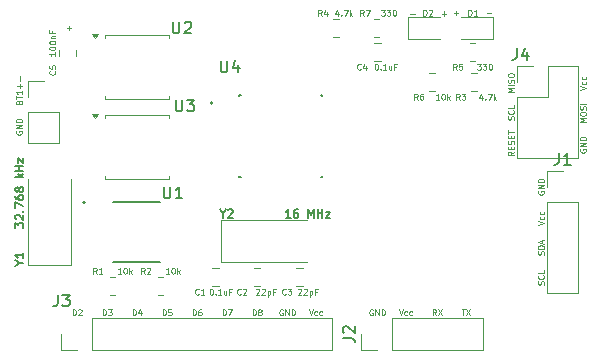
<source format=gbr>
%TF.GenerationSoftware,KiCad,Pcbnew,8.0.6*%
%TF.CreationDate,2025-03-25T13:24:27+01:00*%
%TF.ProjectId,MCU Datalogger,4d435520-4461-4746-916c-6f676765722e,1*%
%TF.SameCoordinates,Original*%
%TF.FileFunction,Legend,Top*%
%TF.FilePolarity,Positive*%
%FSLAX46Y46*%
G04 Gerber Fmt 4.6, Leading zero omitted, Abs format (unit mm)*
G04 Created by KiCad (PCBNEW 8.0.6) date 2025-03-25 13:24:27*
%MOMM*%
%LPD*%
G01*
G04 APERTURE LIST*
%ADD10C,0.100000*%
%ADD11C,0.050000*%
%ADD12C,0.150000*%
%ADD13C,0.125000*%
%ADD14C,0.120000*%
%ADD15C,0.200000*%
%ADD16C,0.127000*%
G04 APERTURE END LIST*
D10*
X110166836Y-123949133D02*
X110547789Y-123949133D01*
X110357312Y-124139609D02*
X110357312Y-123758657D01*
D11*
X106100304Y-130237391D02*
X106124114Y-130165963D01*
X106124114Y-130165963D02*
X106147923Y-130142153D01*
X106147923Y-130142153D02*
X106195542Y-130118344D01*
X106195542Y-130118344D02*
X106266971Y-130118344D01*
X106266971Y-130118344D02*
X106314590Y-130142153D01*
X106314590Y-130142153D02*
X106338400Y-130165963D01*
X106338400Y-130165963D02*
X106362209Y-130213582D01*
X106362209Y-130213582D02*
X106362209Y-130404058D01*
X106362209Y-130404058D02*
X105862209Y-130404058D01*
X105862209Y-130404058D02*
X105862209Y-130237391D01*
X105862209Y-130237391D02*
X105886019Y-130189772D01*
X105886019Y-130189772D02*
X105909828Y-130165963D01*
X105909828Y-130165963D02*
X105957447Y-130142153D01*
X105957447Y-130142153D02*
X106005066Y-130142153D01*
X106005066Y-130142153D02*
X106052685Y-130165963D01*
X106052685Y-130165963D02*
X106076495Y-130189772D01*
X106076495Y-130189772D02*
X106100304Y-130237391D01*
X106100304Y-130237391D02*
X106100304Y-130404058D01*
X105862209Y-129975486D02*
X105862209Y-129689772D01*
X106362209Y-129832629D02*
X105862209Y-129832629D01*
X106362209Y-129261201D02*
X106362209Y-129546915D01*
X106362209Y-129404058D02*
X105862209Y-129404058D01*
X105862209Y-129404058D02*
X105933638Y-129451677D01*
X105933638Y-129451677D02*
X105981257Y-129499296D01*
X105981257Y-129499296D02*
X106005066Y-129546915D01*
X106171733Y-129046916D02*
X106171733Y-128665964D01*
X106362209Y-128856440D02*
X105981257Y-128856440D01*
X106171733Y-128427868D02*
X106171733Y-128046916D01*
X105886019Y-132682153D02*
X105862209Y-132729772D01*
X105862209Y-132729772D02*
X105862209Y-132801201D01*
X105862209Y-132801201D02*
X105886019Y-132872629D01*
X105886019Y-132872629D02*
X105933638Y-132920248D01*
X105933638Y-132920248D02*
X105981257Y-132944058D01*
X105981257Y-132944058D02*
X106076495Y-132967867D01*
X106076495Y-132967867D02*
X106147923Y-132967867D01*
X106147923Y-132967867D02*
X106243161Y-132944058D01*
X106243161Y-132944058D02*
X106290780Y-132920248D01*
X106290780Y-132920248D02*
X106338400Y-132872629D01*
X106338400Y-132872629D02*
X106362209Y-132801201D01*
X106362209Y-132801201D02*
X106362209Y-132753582D01*
X106362209Y-132753582D02*
X106338400Y-132682153D01*
X106338400Y-132682153D02*
X106314590Y-132658344D01*
X106314590Y-132658344D02*
X106147923Y-132658344D01*
X106147923Y-132658344D02*
X106147923Y-132753582D01*
X106362209Y-132444058D02*
X105862209Y-132444058D01*
X105862209Y-132444058D02*
X106362209Y-132158344D01*
X106362209Y-132158344D02*
X105862209Y-132158344D01*
X106362209Y-131920248D02*
X105862209Y-131920248D01*
X105862209Y-131920248D02*
X105862209Y-131801200D01*
X105862209Y-131801200D02*
X105886019Y-131729772D01*
X105886019Y-131729772D02*
X105933638Y-131682153D01*
X105933638Y-131682153D02*
X105981257Y-131658343D01*
X105981257Y-131658343D02*
X106076495Y-131634534D01*
X106076495Y-131634534D02*
X106147923Y-131634534D01*
X106147923Y-131634534D02*
X106243161Y-131658343D01*
X106243161Y-131658343D02*
X106290780Y-131682153D01*
X106290780Y-131682153D02*
X106338400Y-131729772D01*
X106338400Y-131729772D02*
X106362209Y-131801200D01*
X106362209Y-131801200D02*
X106362209Y-131920248D01*
D10*
X141900836Y-122735133D02*
X142281789Y-122735133D01*
X142091312Y-122925609D02*
X142091312Y-122544657D01*
X139215836Y-122735133D02*
X139596789Y-122735133D01*
X145726836Y-122679133D02*
X146107789Y-122679133D01*
X142932836Y-122679133D02*
X143313789Y-122679133D01*
X143123312Y-122869609D02*
X143123312Y-122488657D01*
D11*
X153614209Y-129205486D02*
X154114209Y-129038820D01*
X154114209Y-129038820D02*
X153614209Y-128872153D01*
X154090400Y-128491201D02*
X154114209Y-128538820D01*
X154114209Y-128538820D02*
X154114209Y-128634058D01*
X154114209Y-128634058D02*
X154090400Y-128681677D01*
X154090400Y-128681677D02*
X154066590Y-128705487D01*
X154066590Y-128705487D02*
X154018971Y-128729296D01*
X154018971Y-128729296D02*
X153876114Y-128729296D01*
X153876114Y-128729296D02*
X153828495Y-128705487D01*
X153828495Y-128705487D02*
X153804685Y-128681677D01*
X153804685Y-128681677D02*
X153780876Y-128634058D01*
X153780876Y-128634058D02*
X153780876Y-128538820D01*
X153780876Y-128538820D02*
X153804685Y-128491201D01*
X154090400Y-128062630D02*
X154114209Y-128110249D01*
X154114209Y-128110249D02*
X154114209Y-128205487D01*
X154114209Y-128205487D02*
X154090400Y-128253106D01*
X154090400Y-128253106D02*
X154066590Y-128276916D01*
X154066590Y-128276916D02*
X154018971Y-128300725D01*
X154018971Y-128300725D02*
X153876114Y-128300725D01*
X153876114Y-128300725D02*
X153828495Y-128276916D01*
X153828495Y-128276916D02*
X153804685Y-128253106D01*
X153804685Y-128253106D02*
X153780876Y-128205487D01*
X153780876Y-128205487D02*
X153780876Y-128110249D01*
X153780876Y-128110249D02*
X153804685Y-128062630D01*
X154114209Y-131928058D02*
X153614209Y-131928058D01*
X153614209Y-131928058D02*
X153971352Y-131761391D01*
X153971352Y-131761391D02*
X153614209Y-131594725D01*
X153614209Y-131594725D02*
X154114209Y-131594725D01*
X153614209Y-131261391D02*
X153614209Y-131166153D01*
X153614209Y-131166153D02*
X153638019Y-131118534D01*
X153638019Y-131118534D02*
X153685638Y-131070915D01*
X153685638Y-131070915D02*
X153780876Y-131047105D01*
X153780876Y-131047105D02*
X153947542Y-131047105D01*
X153947542Y-131047105D02*
X154042780Y-131070915D01*
X154042780Y-131070915D02*
X154090400Y-131118534D01*
X154090400Y-131118534D02*
X154114209Y-131166153D01*
X154114209Y-131166153D02*
X154114209Y-131261391D01*
X154114209Y-131261391D02*
X154090400Y-131309010D01*
X154090400Y-131309010D02*
X154042780Y-131356629D01*
X154042780Y-131356629D02*
X153947542Y-131380438D01*
X153947542Y-131380438D02*
X153780876Y-131380438D01*
X153780876Y-131380438D02*
X153685638Y-131356629D01*
X153685638Y-131356629D02*
X153638019Y-131309010D01*
X153638019Y-131309010D02*
X153614209Y-131261391D01*
X154090400Y-130856628D02*
X154114209Y-130785200D01*
X154114209Y-130785200D02*
X154114209Y-130666152D01*
X154114209Y-130666152D02*
X154090400Y-130618533D01*
X154090400Y-130618533D02*
X154066590Y-130594724D01*
X154066590Y-130594724D02*
X154018971Y-130570914D01*
X154018971Y-130570914D02*
X153971352Y-130570914D01*
X153971352Y-130570914D02*
X153923733Y-130594724D01*
X153923733Y-130594724D02*
X153899923Y-130618533D01*
X153899923Y-130618533D02*
X153876114Y-130666152D01*
X153876114Y-130666152D02*
X153852304Y-130761390D01*
X153852304Y-130761390D02*
X153828495Y-130809009D01*
X153828495Y-130809009D02*
X153804685Y-130832819D01*
X153804685Y-130832819D02*
X153757066Y-130856628D01*
X153757066Y-130856628D02*
X153709447Y-130856628D01*
X153709447Y-130856628D02*
X153661828Y-130832819D01*
X153661828Y-130832819D02*
X153638019Y-130809009D01*
X153638019Y-130809009D02*
X153614209Y-130761390D01*
X153614209Y-130761390D02*
X153614209Y-130642343D01*
X153614209Y-130642343D02*
X153638019Y-130570914D01*
X154114209Y-130356629D02*
X153614209Y-130356629D01*
X153638019Y-134206153D02*
X153614209Y-134253772D01*
X153614209Y-134253772D02*
X153614209Y-134325201D01*
X153614209Y-134325201D02*
X153638019Y-134396629D01*
X153638019Y-134396629D02*
X153685638Y-134444248D01*
X153685638Y-134444248D02*
X153733257Y-134468058D01*
X153733257Y-134468058D02*
X153828495Y-134491867D01*
X153828495Y-134491867D02*
X153899923Y-134491867D01*
X153899923Y-134491867D02*
X153995161Y-134468058D01*
X153995161Y-134468058D02*
X154042780Y-134444248D01*
X154042780Y-134444248D02*
X154090400Y-134396629D01*
X154090400Y-134396629D02*
X154114209Y-134325201D01*
X154114209Y-134325201D02*
X154114209Y-134277582D01*
X154114209Y-134277582D02*
X154090400Y-134206153D01*
X154090400Y-134206153D02*
X154066590Y-134182344D01*
X154066590Y-134182344D02*
X153899923Y-134182344D01*
X153899923Y-134182344D02*
X153899923Y-134277582D01*
X154114209Y-133968058D02*
X153614209Y-133968058D01*
X153614209Y-133968058D02*
X154114209Y-133682344D01*
X154114209Y-133682344D02*
X153614209Y-133682344D01*
X154114209Y-133444248D02*
X153614209Y-133444248D01*
X153614209Y-133444248D02*
X153614209Y-133325200D01*
X153614209Y-133325200D02*
X153638019Y-133253772D01*
X153638019Y-133253772D02*
X153685638Y-133206153D01*
X153685638Y-133206153D02*
X153733257Y-133182343D01*
X153733257Y-133182343D02*
X153828495Y-133158534D01*
X153828495Y-133158534D02*
X153899923Y-133158534D01*
X153899923Y-133158534D02*
X153995161Y-133182343D01*
X153995161Y-133182343D02*
X154042780Y-133206153D01*
X154042780Y-133206153D02*
X154090400Y-133253772D01*
X154090400Y-133253772D02*
X154114209Y-133325200D01*
X154114209Y-133325200D02*
X154114209Y-133444248D01*
X148018209Y-129388058D02*
X147518209Y-129388058D01*
X147518209Y-129388058D02*
X147875352Y-129221391D01*
X147875352Y-129221391D02*
X147518209Y-129054725D01*
X147518209Y-129054725D02*
X148018209Y-129054725D01*
X148018209Y-128816629D02*
X147518209Y-128816629D01*
X147994400Y-128602343D02*
X148018209Y-128530915D01*
X148018209Y-128530915D02*
X148018209Y-128411867D01*
X148018209Y-128411867D02*
X147994400Y-128364248D01*
X147994400Y-128364248D02*
X147970590Y-128340439D01*
X147970590Y-128340439D02*
X147922971Y-128316629D01*
X147922971Y-128316629D02*
X147875352Y-128316629D01*
X147875352Y-128316629D02*
X147827733Y-128340439D01*
X147827733Y-128340439D02*
X147803923Y-128364248D01*
X147803923Y-128364248D02*
X147780114Y-128411867D01*
X147780114Y-128411867D02*
X147756304Y-128507105D01*
X147756304Y-128507105D02*
X147732495Y-128554724D01*
X147732495Y-128554724D02*
X147708685Y-128578534D01*
X147708685Y-128578534D02*
X147661066Y-128602343D01*
X147661066Y-128602343D02*
X147613447Y-128602343D01*
X147613447Y-128602343D02*
X147565828Y-128578534D01*
X147565828Y-128578534D02*
X147542019Y-128554724D01*
X147542019Y-128554724D02*
X147518209Y-128507105D01*
X147518209Y-128507105D02*
X147518209Y-128388058D01*
X147518209Y-128388058D02*
X147542019Y-128316629D01*
X147518209Y-128007106D02*
X147518209Y-127911868D01*
X147518209Y-127911868D02*
X147542019Y-127864249D01*
X147542019Y-127864249D02*
X147589638Y-127816630D01*
X147589638Y-127816630D02*
X147684876Y-127792820D01*
X147684876Y-127792820D02*
X147851542Y-127792820D01*
X147851542Y-127792820D02*
X147946780Y-127816630D01*
X147946780Y-127816630D02*
X147994400Y-127864249D01*
X147994400Y-127864249D02*
X148018209Y-127911868D01*
X148018209Y-127911868D02*
X148018209Y-128007106D01*
X148018209Y-128007106D02*
X147994400Y-128054725D01*
X147994400Y-128054725D02*
X147946780Y-128102344D01*
X147946780Y-128102344D02*
X147851542Y-128126153D01*
X147851542Y-128126153D02*
X147684876Y-128126153D01*
X147684876Y-128126153D02*
X147589638Y-128102344D01*
X147589638Y-128102344D02*
X147542019Y-128054725D01*
X147542019Y-128054725D02*
X147518209Y-128007106D01*
X147994400Y-131697867D02*
X148018209Y-131626439D01*
X148018209Y-131626439D02*
X148018209Y-131507391D01*
X148018209Y-131507391D02*
X147994400Y-131459772D01*
X147994400Y-131459772D02*
X147970590Y-131435963D01*
X147970590Y-131435963D02*
X147922971Y-131412153D01*
X147922971Y-131412153D02*
X147875352Y-131412153D01*
X147875352Y-131412153D02*
X147827733Y-131435963D01*
X147827733Y-131435963D02*
X147803923Y-131459772D01*
X147803923Y-131459772D02*
X147780114Y-131507391D01*
X147780114Y-131507391D02*
X147756304Y-131602629D01*
X147756304Y-131602629D02*
X147732495Y-131650248D01*
X147732495Y-131650248D02*
X147708685Y-131674058D01*
X147708685Y-131674058D02*
X147661066Y-131697867D01*
X147661066Y-131697867D02*
X147613447Y-131697867D01*
X147613447Y-131697867D02*
X147565828Y-131674058D01*
X147565828Y-131674058D02*
X147542019Y-131650248D01*
X147542019Y-131650248D02*
X147518209Y-131602629D01*
X147518209Y-131602629D02*
X147518209Y-131483582D01*
X147518209Y-131483582D02*
X147542019Y-131412153D01*
X147970590Y-130912154D02*
X147994400Y-130935963D01*
X147994400Y-130935963D02*
X148018209Y-131007392D01*
X148018209Y-131007392D02*
X148018209Y-131055011D01*
X148018209Y-131055011D02*
X147994400Y-131126439D01*
X147994400Y-131126439D02*
X147946780Y-131174058D01*
X147946780Y-131174058D02*
X147899161Y-131197868D01*
X147899161Y-131197868D02*
X147803923Y-131221677D01*
X147803923Y-131221677D02*
X147732495Y-131221677D01*
X147732495Y-131221677D02*
X147637257Y-131197868D01*
X147637257Y-131197868D02*
X147589638Y-131174058D01*
X147589638Y-131174058D02*
X147542019Y-131126439D01*
X147542019Y-131126439D02*
X147518209Y-131055011D01*
X147518209Y-131055011D02*
X147518209Y-131007392D01*
X147518209Y-131007392D02*
X147542019Y-130935963D01*
X147542019Y-130935963D02*
X147565828Y-130912154D01*
X148018209Y-130459773D02*
X148018209Y-130697868D01*
X148018209Y-130697868D02*
X147518209Y-130697868D01*
X148018209Y-134436344D02*
X147780114Y-134603010D01*
X148018209Y-134722058D02*
X147518209Y-134722058D01*
X147518209Y-134722058D02*
X147518209Y-134531582D01*
X147518209Y-134531582D02*
X147542019Y-134483963D01*
X147542019Y-134483963D02*
X147565828Y-134460153D01*
X147565828Y-134460153D02*
X147613447Y-134436344D01*
X147613447Y-134436344D02*
X147684876Y-134436344D01*
X147684876Y-134436344D02*
X147732495Y-134460153D01*
X147732495Y-134460153D02*
X147756304Y-134483963D01*
X147756304Y-134483963D02*
X147780114Y-134531582D01*
X147780114Y-134531582D02*
X147780114Y-134722058D01*
X147756304Y-134222058D02*
X147756304Y-134055391D01*
X148018209Y-133983963D02*
X148018209Y-134222058D01*
X148018209Y-134222058D02*
X147518209Y-134222058D01*
X147518209Y-134222058D02*
X147518209Y-133983963D01*
X147994400Y-133793486D02*
X148018209Y-133722058D01*
X148018209Y-133722058D02*
X148018209Y-133603010D01*
X148018209Y-133603010D02*
X147994400Y-133555391D01*
X147994400Y-133555391D02*
X147970590Y-133531582D01*
X147970590Y-133531582D02*
X147922971Y-133507772D01*
X147922971Y-133507772D02*
X147875352Y-133507772D01*
X147875352Y-133507772D02*
X147827733Y-133531582D01*
X147827733Y-133531582D02*
X147803923Y-133555391D01*
X147803923Y-133555391D02*
X147780114Y-133603010D01*
X147780114Y-133603010D02*
X147756304Y-133698248D01*
X147756304Y-133698248D02*
X147732495Y-133745867D01*
X147732495Y-133745867D02*
X147708685Y-133769677D01*
X147708685Y-133769677D02*
X147661066Y-133793486D01*
X147661066Y-133793486D02*
X147613447Y-133793486D01*
X147613447Y-133793486D02*
X147565828Y-133769677D01*
X147565828Y-133769677D02*
X147542019Y-133745867D01*
X147542019Y-133745867D02*
X147518209Y-133698248D01*
X147518209Y-133698248D02*
X147518209Y-133579201D01*
X147518209Y-133579201D02*
X147542019Y-133507772D01*
X147756304Y-133293487D02*
X147756304Y-133126820D01*
X148018209Y-133055392D02*
X148018209Y-133293487D01*
X148018209Y-133293487D02*
X147518209Y-133293487D01*
X147518209Y-133293487D02*
X147518209Y-133055392D01*
X147518209Y-132912534D02*
X147518209Y-132626820D01*
X148018209Y-132769677D02*
X147518209Y-132769677D01*
X150082019Y-137762153D02*
X150058209Y-137809772D01*
X150058209Y-137809772D02*
X150058209Y-137881201D01*
X150058209Y-137881201D02*
X150082019Y-137952629D01*
X150082019Y-137952629D02*
X150129638Y-138000248D01*
X150129638Y-138000248D02*
X150177257Y-138024058D01*
X150177257Y-138024058D02*
X150272495Y-138047867D01*
X150272495Y-138047867D02*
X150343923Y-138047867D01*
X150343923Y-138047867D02*
X150439161Y-138024058D01*
X150439161Y-138024058D02*
X150486780Y-138000248D01*
X150486780Y-138000248D02*
X150534400Y-137952629D01*
X150534400Y-137952629D02*
X150558209Y-137881201D01*
X150558209Y-137881201D02*
X150558209Y-137833582D01*
X150558209Y-137833582D02*
X150534400Y-137762153D01*
X150534400Y-137762153D02*
X150510590Y-137738344D01*
X150510590Y-137738344D02*
X150343923Y-137738344D01*
X150343923Y-137738344D02*
X150343923Y-137833582D01*
X150558209Y-137524058D02*
X150058209Y-137524058D01*
X150058209Y-137524058D02*
X150558209Y-137238344D01*
X150558209Y-137238344D02*
X150058209Y-137238344D01*
X150558209Y-137000248D02*
X150058209Y-137000248D01*
X150058209Y-137000248D02*
X150058209Y-136881200D01*
X150058209Y-136881200D02*
X150082019Y-136809772D01*
X150082019Y-136809772D02*
X150129638Y-136762153D01*
X150129638Y-136762153D02*
X150177257Y-136738343D01*
X150177257Y-136738343D02*
X150272495Y-136714534D01*
X150272495Y-136714534D02*
X150343923Y-136714534D01*
X150343923Y-136714534D02*
X150439161Y-136738343D01*
X150439161Y-136738343D02*
X150486780Y-136762153D01*
X150486780Y-136762153D02*
X150534400Y-136809772D01*
X150534400Y-136809772D02*
X150558209Y-136881200D01*
X150558209Y-136881200D02*
X150558209Y-137000248D01*
X150058209Y-140635486D02*
X150558209Y-140468820D01*
X150558209Y-140468820D02*
X150058209Y-140302153D01*
X150534400Y-139921201D02*
X150558209Y-139968820D01*
X150558209Y-139968820D02*
X150558209Y-140064058D01*
X150558209Y-140064058D02*
X150534400Y-140111677D01*
X150534400Y-140111677D02*
X150510590Y-140135487D01*
X150510590Y-140135487D02*
X150462971Y-140159296D01*
X150462971Y-140159296D02*
X150320114Y-140159296D01*
X150320114Y-140159296D02*
X150272495Y-140135487D01*
X150272495Y-140135487D02*
X150248685Y-140111677D01*
X150248685Y-140111677D02*
X150224876Y-140064058D01*
X150224876Y-140064058D02*
X150224876Y-139968820D01*
X150224876Y-139968820D02*
X150248685Y-139921201D01*
X150534400Y-139492630D02*
X150558209Y-139540249D01*
X150558209Y-139540249D02*
X150558209Y-139635487D01*
X150558209Y-139635487D02*
X150534400Y-139683106D01*
X150534400Y-139683106D02*
X150510590Y-139706916D01*
X150510590Y-139706916D02*
X150462971Y-139730725D01*
X150462971Y-139730725D02*
X150320114Y-139730725D01*
X150320114Y-139730725D02*
X150272495Y-139706916D01*
X150272495Y-139706916D02*
X150248685Y-139683106D01*
X150248685Y-139683106D02*
X150224876Y-139635487D01*
X150224876Y-139635487D02*
X150224876Y-139540249D01*
X150224876Y-139540249D02*
X150248685Y-139492630D01*
X150534400Y-143127867D02*
X150558209Y-143056439D01*
X150558209Y-143056439D02*
X150558209Y-142937391D01*
X150558209Y-142937391D02*
X150534400Y-142889772D01*
X150534400Y-142889772D02*
X150510590Y-142865963D01*
X150510590Y-142865963D02*
X150462971Y-142842153D01*
X150462971Y-142842153D02*
X150415352Y-142842153D01*
X150415352Y-142842153D02*
X150367733Y-142865963D01*
X150367733Y-142865963D02*
X150343923Y-142889772D01*
X150343923Y-142889772D02*
X150320114Y-142937391D01*
X150320114Y-142937391D02*
X150296304Y-143032629D01*
X150296304Y-143032629D02*
X150272495Y-143080248D01*
X150272495Y-143080248D02*
X150248685Y-143104058D01*
X150248685Y-143104058D02*
X150201066Y-143127867D01*
X150201066Y-143127867D02*
X150153447Y-143127867D01*
X150153447Y-143127867D02*
X150105828Y-143104058D01*
X150105828Y-143104058D02*
X150082019Y-143080248D01*
X150082019Y-143080248D02*
X150058209Y-143032629D01*
X150058209Y-143032629D02*
X150058209Y-142913582D01*
X150058209Y-142913582D02*
X150082019Y-142842153D01*
X150558209Y-142627868D02*
X150058209Y-142627868D01*
X150058209Y-142627868D02*
X150058209Y-142508820D01*
X150058209Y-142508820D02*
X150082019Y-142437392D01*
X150082019Y-142437392D02*
X150129638Y-142389773D01*
X150129638Y-142389773D02*
X150177257Y-142365963D01*
X150177257Y-142365963D02*
X150272495Y-142342154D01*
X150272495Y-142342154D02*
X150343923Y-142342154D01*
X150343923Y-142342154D02*
X150439161Y-142365963D01*
X150439161Y-142365963D02*
X150486780Y-142389773D01*
X150486780Y-142389773D02*
X150534400Y-142437392D01*
X150534400Y-142437392D02*
X150558209Y-142508820D01*
X150558209Y-142508820D02*
X150558209Y-142627868D01*
X150415352Y-142151677D02*
X150415352Y-141913582D01*
X150558209Y-142199296D02*
X150058209Y-142032630D01*
X150058209Y-142032630D02*
X150558209Y-141865963D01*
X150534400Y-145667867D02*
X150558209Y-145596439D01*
X150558209Y-145596439D02*
X150558209Y-145477391D01*
X150558209Y-145477391D02*
X150534400Y-145429772D01*
X150534400Y-145429772D02*
X150510590Y-145405963D01*
X150510590Y-145405963D02*
X150462971Y-145382153D01*
X150462971Y-145382153D02*
X150415352Y-145382153D01*
X150415352Y-145382153D02*
X150367733Y-145405963D01*
X150367733Y-145405963D02*
X150343923Y-145429772D01*
X150343923Y-145429772D02*
X150320114Y-145477391D01*
X150320114Y-145477391D02*
X150296304Y-145572629D01*
X150296304Y-145572629D02*
X150272495Y-145620248D01*
X150272495Y-145620248D02*
X150248685Y-145644058D01*
X150248685Y-145644058D02*
X150201066Y-145667867D01*
X150201066Y-145667867D02*
X150153447Y-145667867D01*
X150153447Y-145667867D02*
X150105828Y-145644058D01*
X150105828Y-145644058D02*
X150082019Y-145620248D01*
X150082019Y-145620248D02*
X150058209Y-145572629D01*
X150058209Y-145572629D02*
X150058209Y-145453582D01*
X150058209Y-145453582D02*
X150082019Y-145382153D01*
X150510590Y-144882154D02*
X150534400Y-144905963D01*
X150534400Y-144905963D02*
X150558209Y-144977392D01*
X150558209Y-144977392D02*
X150558209Y-145025011D01*
X150558209Y-145025011D02*
X150534400Y-145096439D01*
X150534400Y-145096439D02*
X150486780Y-145144058D01*
X150486780Y-145144058D02*
X150439161Y-145167868D01*
X150439161Y-145167868D02*
X150343923Y-145191677D01*
X150343923Y-145191677D02*
X150272495Y-145191677D01*
X150272495Y-145191677D02*
X150177257Y-145167868D01*
X150177257Y-145167868D02*
X150129638Y-145144058D01*
X150129638Y-145144058D02*
X150082019Y-145096439D01*
X150082019Y-145096439D02*
X150058209Y-145025011D01*
X150058209Y-145025011D02*
X150058209Y-144977392D01*
X150058209Y-144977392D02*
X150082019Y-144905963D01*
X150082019Y-144905963D02*
X150105828Y-144882154D01*
X150558209Y-144429773D02*
X150558209Y-144667868D01*
X150558209Y-144667868D02*
X150058209Y-144667868D01*
X143590513Y-147772209D02*
X143876227Y-147772209D01*
X143733370Y-148272209D02*
X143733370Y-147772209D01*
X143995274Y-147772209D02*
X144328607Y-148272209D01*
X144328607Y-147772209D02*
X143995274Y-148272209D01*
X141407655Y-148272209D02*
X141240989Y-148034114D01*
X141121941Y-148272209D02*
X141121941Y-147772209D01*
X141121941Y-147772209D02*
X141312417Y-147772209D01*
X141312417Y-147772209D02*
X141360036Y-147796019D01*
X141360036Y-147796019D02*
X141383846Y-147819828D01*
X141383846Y-147819828D02*
X141407655Y-147867447D01*
X141407655Y-147867447D02*
X141407655Y-147938876D01*
X141407655Y-147938876D02*
X141383846Y-147986495D01*
X141383846Y-147986495D02*
X141360036Y-148010304D01*
X141360036Y-148010304D02*
X141312417Y-148034114D01*
X141312417Y-148034114D02*
X141121941Y-148034114D01*
X141574322Y-147772209D02*
X141907655Y-148272209D01*
X141907655Y-147772209D02*
X141574322Y-148272209D01*
X138256513Y-147772209D02*
X138423179Y-148272209D01*
X138423179Y-148272209D02*
X138589846Y-147772209D01*
X138970798Y-148248400D02*
X138923179Y-148272209D01*
X138923179Y-148272209D02*
X138827941Y-148272209D01*
X138827941Y-148272209D02*
X138780322Y-148248400D01*
X138780322Y-148248400D02*
X138756512Y-148224590D01*
X138756512Y-148224590D02*
X138732703Y-148176971D01*
X138732703Y-148176971D02*
X138732703Y-148034114D01*
X138732703Y-148034114D02*
X138756512Y-147986495D01*
X138756512Y-147986495D02*
X138780322Y-147962685D01*
X138780322Y-147962685D02*
X138827941Y-147938876D01*
X138827941Y-147938876D02*
X138923179Y-147938876D01*
X138923179Y-147938876D02*
X138970798Y-147962685D01*
X139399369Y-148248400D02*
X139351750Y-148272209D01*
X139351750Y-148272209D02*
X139256512Y-148272209D01*
X139256512Y-148272209D02*
X139208893Y-148248400D01*
X139208893Y-148248400D02*
X139185083Y-148224590D01*
X139185083Y-148224590D02*
X139161274Y-148176971D01*
X139161274Y-148176971D02*
X139161274Y-148034114D01*
X139161274Y-148034114D02*
X139185083Y-147986495D01*
X139185083Y-147986495D02*
X139208893Y-147962685D01*
X139208893Y-147962685D02*
X139256512Y-147938876D01*
X139256512Y-147938876D02*
X139351750Y-147938876D01*
X139351750Y-147938876D02*
X139399369Y-147962685D01*
X136049846Y-147796019D02*
X136002227Y-147772209D01*
X136002227Y-147772209D02*
X135930798Y-147772209D01*
X135930798Y-147772209D02*
X135859370Y-147796019D01*
X135859370Y-147796019D02*
X135811751Y-147843638D01*
X135811751Y-147843638D02*
X135787941Y-147891257D01*
X135787941Y-147891257D02*
X135764132Y-147986495D01*
X135764132Y-147986495D02*
X135764132Y-148057923D01*
X135764132Y-148057923D02*
X135787941Y-148153161D01*
X135787941Y-148153161D02*
X135811751Y-148200780D01*
X135811751Y-148200780D02*
X135859370Y-148248400D01*
X135859370Y-148248400D02*
X135930798Y-148272209D01*
X135930798Y-148272209D02*
X135978417Y-148272209D01*
X135978417Y-148272209D02*
X136049846Y-148248400D01*
X136049846Y-148248400D02*
X136073655Y-148224590D01*
X136073655Y-148224590D02*
X136073655Y-148057923D01*
X136073655Y-148057923D02*
X135978417Y-148057923D01*
X136287941Y-148272209D02*
X136287941Y-147772209D01*
X136287941Y-147772209D02*
X136573655Y-148272209D01*
X136573655Y-148272209D02*
X136573655Y-147772209D01*
X136811751Y-148272209D02*
X136811751Y-147772209D01*
X136811751Y-147772209D02*
X136930799Y-147772209D01*
X136930799Y-147772209D02*
X137002227Y-147796019D01*
X137002227Y-147796019D02*
X137049846Y-147843638D01*
X137049846Y-147843638D02*
X137073656Y-147891257D01*
X137073656Y-147891257D02*
X137097465Y-147986495D01*
X137097465Y-147986495D02*
X137097465Y-148057923D01*
X137097465Y-148057923D02*
X137073656Y-148153161D01*
X137073656Y-148153161D02*
X137049846Y-148200780D01*
X137049846Y-148200780D02*
X137002227Y-148248400D01*
X137002227Y-148248400D02*
X136930799Y-148272209D01*
X136930799Y-148272209D02*
X136811751Y-148272209D01*
X130636513Y-147772209D02*
X130803179Y-148272209D01*
X130803179Y-148272209D02*
X130969846Y-147772209D01*
X131350798Y-148248400D02*
X131303179Y-148272209D01*
X131303179Y-148272209D02*
X131207941Y-148272209D01*
X131207941Y-148272209D02*
X131160322Y-148248400D01*
X131160322Y-148248400D02*
X131136512Y-148224590D01*
X131136512Y-148224590D02*
X131112703Y-148176971D01*
X131112703Y-148176971D02*
X131112703Y-148034114D01*
X131112703Y-148034114D02*
X131136512Y-147986495D01*
X131136512Y-147986495D02*
X131160322Y-147962685D01*
X131160322Y-147962685D02*
X131207941Y-147938876D01*
X131207941Y-147938876D02*
X131303179Y-147938876D01*
X131303179Y-147938876D02*
X131350798Y-147962685D01*
X131779369Y-148248400D02*
X131731750Y-148272209D01*
X131731750Y-148272209D02*
X131636512Y-148272209D01*
X131636512Y-148272209D02*
X131588893Y-148248400D01*
X131588893Y-148248400D02*
X131565083Y-148224590D01*
X131565083Y-148224590D02*
X131541274Y-148176971D01*
X131541274Y-148176971D02*
X131541274Y-148034114D01*
X131541274Y-148034114D02*
X131565083Y-147986495D01*
X131565083Y-147986495D02*
X131588893Y-147962685D01*
X131588893Y-147962685D02*
X131636512Y-147938876D01*
X131636512Y-147938876D02*
X131731750Y-147938876D01*
X131731750Y-147938876D02*
X131779369Y-147962685D01*
X128429846Y-147796019D02*
X128382227Y-147772209D01*
X128382227Y-147772209D02*
X128310798Y-147772209D01*
X128310798Y-147772209D02*
X128239370Y-147796019D01*
X128239370Y-147796019D02*
X128191751Y-147843638D01*
X128191751Y-147843638D02*
X128167941Y-147891257D01*
X128167941Y-147891257D02*
X128144132Y-147986495D01*
X128144132Y-147986495D02*
X128144132Y-148057923D01*
X128144132Y-148057923D02*
X128167941Y-148153161D01*
X128167941Y-148153161D02*
X128191751Y-148200780D01*
X128191751Y-148200780D02*
X128239370Y-148248400D01*
X128239370Y-148248400D02*
X128310798Y-148272209D01*
X128310798Y-148272209D02*
X128358417Y-148272209D01*
X128358417Y-148272209D02*
X128429846Y-148248400D01*
X128429846Y-148248400D02*
X128453655Y-148224590D01*
X128453655Y-148224590D02*
X128453655Y-148057923D01*
X128453655Y-148057923D02*
X128358417Y-148057923D01*
X128667941Y-148272209D02*
X128667941Y-147772209D01*
X128667941Y-147772209D02*
X128953655Y-148272209D01*
X128953655Y-148272209D02*
X128953655Y-147772209D01*
X129191751Y-148272209D02*
X129191751Y-147772209D01*
X129191751Y-147772209D02*
X129310799Y-147772209D01*
X129310799Y-147772209D02*
X129382227Y-147796019D01*
X129382227Y-147796019D02*
X129429846Y-147843638D01*
X129429846Y-147843638D02*
X129453656Y-147891257D01*
X129453656Y-147891257D02*
X129477465Y-147986495D01*
X129477465Y-147986495D02*
X129477465Y-148057923D01*
X129477465Y-148057923D02*
X129453656Y-148153161D01*
X129453656Y-148153161D02*
X129429846Y-148200780D01*
X129429846Y-148200780D02*
X129382227Y-148248400D01*
X129382227Y-148248400D02*
X129310799Y-148272209D01*
X129310799Y-148272209D02*
X129191751Y-148272209D01*
X125881941Y-148272209D02*
X125881941Y-147772209D01*
X125881941Y-147772209D02*
X126000989Y-147772209D01*
X126000989Y-147772209D02*
X126072417Y-147796019D01*
X126072417Y-147796019D02*
X126120036Y-147843638D01*
X126120036Y-147843638D02*
X126143846Y-147891257D01*
X126143846Y-147891257D02*
X126167655Y-147986495D01*
X126167655Y-147986495D02*
X126167655Y-148057923D01*
X126167655Y-148057923D02*
X126143846Y-148153161D01*
X126143846Y-148153161D02*
X126120036Y-148200780D01*
X126120036Y-148200780D02*
X126072417Y-148248400D01*
X126072417Y-148248400D02*
X126000989Y-148272209D01*
X126000989Y-148272209D02*
X125881941Y-148272209D01*
X126453370Y-147986495D02*
X126405751Y-147962685D01*
X126405751Y-147962685D02*
X126381941Y-147938876D01*
X126381941Y-147938876D02*
X126358132Y-147891257D01*
X126358132Y-147891257D02*
X126358132Y-147867447D01*
X126358132Y-147867447D02*
X126381941Y-147819828D01*
X126381941Y-147819828D02*
X126405751Y-147796019D01*
X126405751Y-147796019D02*
X126453370Y-147772209D01*
X126453370Y-147772209D02*
X126548608Y-147772209D01*
X126548608Y-147772209D02*
X126596227Y-147796019D01*
X126596227Y-147796019D02*
X126620036Y-147819828D01*
X126620036Y-147819828D02*
X126643846Y-147867447D01*
X126643846Y-147867447D02*
X126643846Y-147891257D01*
X126643846Y-147891257D02*
X126620036Y-147938876D01*
X126620036Y-147938876D02*
X126596227Y-147962685D01*
X126596227Y-147962685D02*
X126548608Y-147986495D01*
X126548608Y-147986495D02*
X126453370Y-147986495D01*
X126453370Y-147986495D02*
X126405751Y-148010304D01*
X126405751Y-148010304D02*
X126381941Y-148034114D01*
X126381941Y-148034114D02*
X126358132Y-148081733D01*
X126358132Y-148081733D02*
X126358132Y-148176971D01*
X126358132Y-148176971D02*
X126381941Y-148224590D01*
X126381941Y-148224590D02*
X126405751Y-148248400D01*
X126405751Y-148248400D02*
X126453370Y-148272209D01*
X126453370Y-148272209D02*
X126548608Y-148272209D01*
X126548608Y-148272209D02*
X126596227Y-148248400D01*
X126596227Y-148248400D02*
X126620036Y-148224590D01*
X126620036Y-148224590D02*
X126643846Y-148176971D01*
X126643846Y-148176971D02*
X126643846Y-148081733D01*
X126643846Y-148081733D02*
X126620036Y-148034114D01*
X126620036Y-148034114D02*
X126596227Y-148010304D01*
X126596227Y-148010304D02*
X126548608Y-147986495D01*
X123341941Y-148272209D02*
X123341941Y-147772209D01*
X123341941Y-147772209D02*
X123460989Y-147772209D01*
X123460989Y-147772209D02*
X123532417Y-147796019D01*
X123532417Y-147796019D02*
X123580036Y-147843638D01*
X123580036Y-147843638D02*
X123603846Y-147891257D01*
X123603846Y-147891257D02*
X123627655Y-147986495D01*
X123627655Y-147986495D02*
X123627655Y-148057923D01*
X123627655Y-148057923D02*
X123603846Y-148153161D01*
X123603846Y-148153161D02*
X123580036Y-148200780D01*
X123580036Y-148200780D02*
X123532417Y-148248400D01*
X123532417Y-148248400D02*
X123460989Y-148272209D01*
X123460989Y-148272209D02*
X123341941Y-148272209D01*
X123794322Y-147772209D02*
X124127655Y-147772209D01*
X124127655Y-147772209D02*
X123913370Y-148272209D01*
X120801941Y-148272209D02*
X120801941Y-147772209D01*
X120801941Y-147772209D02*
X120920989Y-147772209D01*
X120920989Y-147772209D02*
X120992417Y-147796019D01*
X120992417Y-147796019D02*
X121040036Y-147843638D01*
X121040036Y-147843638D02*
X121063846Y-147891257D01*
X121063846Y-147891257D02*
X121087655Y-147986495D01*
X121087655Y-147986495D02*
X121087655Y-148057923D01*
X121087655Y-148057923D02*
X121063846Y-148153161D01*
X121063846Y-148153161D02*
X121040036Y-148200780D01*
X121040036Y-148200780D02*
X120992417Y-148248400D01*
X120992417Y-148248400D02*
X120920989Y-148272209D01*
X120920989Y-148272209D02*
X120801941Y-148272209D01*
X121516227Y-147772209D02*
X121420989Y-147772209D01*
X121420989Y-147772209D02*
X121373370Y-147796019D01*
X121373370Y-147796019D02*
X121349560Y-147819828D01*
X121349560Y-147819828D02*
X121301941Y-147891257D01*
X121301941Y-147891257D02*
X121278132Y-147986495D01*
X121278132Y-147986495D02*
X121278132Y-148176971D01*
X121278132Y-148176971D02*
X121301941Y-148224590D01*
X121301941Y-148224590D02*
X121325751Y-148248400D01*
X121325751Y-148248400D02*
X121373370Y-148272209D01*
X121373370Y-148272209D02*
X121468608Y-148272209D01*
X121468608Y-148272209D02*
X121516227Y-148248400D01*
X121516227Y-148248400D02*
X121540036Y-148224590D01*
X121540036Y-148224590D02*
X121563846Y-148176971D01*
X121563846Y-148176971D02*
X121563846Y-148057923D01*
X121563846Y-148057923D02*
X121540036Y-148010304D01*
X121540036Y-148010304D02*
X121516227Y-147986495D01*
X121516227Y-147986495D02*
X121468608Y-147962685D01*
X121468608Y-147962685D02*
X121373370Y-147962685D01*
X121373370Y-147962685D02*
X121325751Y-147986495D01*
X121325751Y-147986495D02*
X121301941Y-148010304D01*
X121301941Y-148010304D02*
X121278132Y-148057923D01*
X118261941Y-148272209D02*
X118261941Y-147772209D01*
X118261941Y-147772209D02*
X118380989Y-147772209D01*
X118380989Y-147772209D02*
X118452417Y-147796019D01*
X118452417Y-147796019D02*
X118500036Y-147843638D01*
X118500036Y-147843638D02*
X118523846Y-147891257D01*
X118523846Y-147891257D02*
X118547655Y-147986495D01*
X118547655Y-147986495D02*
X118547655Y-148057923D01*
X118547655Y-148057923D02*
X118523846Y-148153161D01*
X118523846Y-148153161D02*
X118500036Y-148200780D01*
X118500036Y-148200780D02*
X118452417Y-148248400D01*
X118452417Y-148248400D02*
X118380989Y-148272209D01*
X118380989Y-148272209D02*
X118261941Y-148272209D01*
X119000036Y-147772209D02*
X118761941Y-147772209D01*
X118761941Y-147772209D02*
X118738132Y-148010304D01*
X118738132Y-148010304D02*
X118761941Y-147986495D01*
X118761941Y-147986495D02*
X118809560Y-147962685D01*
X118809560Y-147962685D02*
X118928608Y-147962685D01*
X118928608Y-147962685D02*
X118976227Y-147986495D01*
X118976227Y-147986495D02*
X119000036Y-148010304D01*
X119000036Y-148010304D02*
X119023846Y-148057923D01*
X119023846Y-148057923D02*
X119023846Y-148176971D01*
X119023846Y-148176971D02*
X119000036Y-148224590D01*
X119000036Y-148224590D02*
X118976227Y-148248400D01*
X118976227Y-148248400D02*
X118928608Y-148272209D01*
X118928608Y-148272209D02*
X118809560Y-148272209D01*
X118809560Y-148272209D02*
X118761941Y-148248400D01*
X118761941Y-148248400D02*
X118738132Y-148224590D01*
X115721941Y-148272209D02*
X115721941Y-147772209D01*
X115721941Y-147772209D02*
X115840989Y-147772209D01*
X115840989Y-147772209D02*
X115912417Y-147796019D01*
X115912417Y-147796019D02*
X115960036Y-147843638D01*
X115960036Y-147843638D02*
X115983846Y-147891257D01*
X115983846Y-147891257D02*
X116007655Y-147986495D01*
X116007655Y-147986495D02*
X116007655Y-148057923D01*
X116007655Y-148057923D02*
X115983846Y-148153161D01*
X115983846Y-148153161D02*
X115960036Y-148200780D01*
X115960036Y-148200780D02*
X115912417Y-148248400D01*
X115912417Y-148248400D02*
X115840989Y-148272209D01*
X115840989Y-148272209D02*
X115721941Y-148272209D01*
X116436227Y-147938876D02*
X116436227Y-148272209D01*
X116317179Y-147748400D02*
X116198132Y-148105542D01*
X116198132Y-148105542D02*
X116507655Y-148105542D01*
X113181941Y-148272209D02*
X113181941Y-147772209D01*
X113181941Y-147772209D02*
X113300989Y-147772209D01*
X113300989Y-147772209D02*
X113372417Y-147796019D01*
X113372417Y-147796019D02*
X113420036Y-147843638D01*
X113420036Y-147843638D02*
X113443846Y-147891257D01*
X113443846Y-147891257D02*
X113467655Y-147986495D01*
X113467655Y-147986495D02*
X113467655Y-148057923D01*
X113467655Y-148057923D02*
X113443846Y-148153161D01*
X113443846Y-148153161D02*
X113420036Y-148200780D01*
X113420036Y-148200780D02*
X113372417Y-148248400D01*
X113372417Y-148248400D02*
X113300989Y-148272209D01*
X113300989Y-148272209D02*
X113181941Y-148272209D01*
X113634322Y-147772209D02*
X113943846Y-147772209D01*
X113943846Y-147772209D02*
X113777179Y-147962685D01*
X113777179Y-147962685D02*
X113848608Y-147962685D01*
X113848608Y-147962685D02*
X113896227Y-147986495D01*
X113896227Y-147986495D02*
X113920036Y-148010304D01*
X113920036Y-148010304D02*
X113943846Y-148057923D01*
X113943846Y-148057923D02*
X113943846Y-148176971D01*
X113943846Y-148176971D02*
X113920036Y-148224590D01*
X113920036Y-148224590D02*
X113896227Y-148248400D01*
X113896227Y-148248400D02*
X113848608Y-148272209D01*
X113848608Y-148272209D02*
X113705751Y-148272209D01*
X113705751Y-148272209D02*
X113658132Y-148248400D01*
X113658132Y-148248400D02*
X113634322Y-148224590D01*
X110641941Y-148272209D02*
X110641941Y-147772209D01*
X110641941Y-147772209D02*
X110760989Y-147772209D01*
X110760989Y-147772209D02*
X110832417Y-147796019D01*
X110832417Y-147796019D02*
X110880036Y-147843638D01*
X110880036Y-147843638D02*
X110903846Y-147891257D01*
X110903846Y-147891257D02*
X110927655Y-147986495D01*
X110927655Y-147986495D02*
X110927655Y-148057923D01*
X110927655Y-148057923D02*
X110903846Y-148153161D01*
X110903846Y-148153161D02*
X110880036Y-148200780D01*
X110880036Y-148200780D02*
X110832417Y-148248400D01*
X110832417Y-148248400D02*
X110760989Y-148272209D01*
X110760989Y-148272209D02*
X110641941Y-148272209D01*
X111118132Y-147819828D02*
X111141941Y-147796019D01*
X111141941Y-147796019D02*
X111189560Y-147772209D01*
X111189560Y-147772209D02*
X111308608Y-147772209D01*
X111308608Y-147772209D02*
X111356227Y-147796019D01*
X111356227Y-147796019D02*
X111380036Y-147819828D01*
X111380036Y-147819828D02*
X111403846Y-147867447D01*
X111403846Y-147867447D02*
X111403846Y-147915066D01*
X111403846Y-147915066D02*
X111380036Y-147986495D01*
X111380036Y-147986495D02*
X111094322Y-148272209D01*
X111094322Y-148272209D02*
X111403846Y-148272209D01*
D12*
X123364667Y-139682700D02*
X123364667Y-140016033D01*
X123131333Y-139316033D02*
X123364667Y-139682700D01*
X123364667Y-139682700D02*
X123598000Y-139316033D01*
X123798000Y-139382700D02*
X123831333Y-139349366D01*
X123831333Y-139349366D02*
X123898000Y-139316033D01*
X123898000Y-139316033D02*
X124064667Y-139316033D01*
X124064667Y-139316033D02*
X124131333Y-139349366D01*
X124131333Y-139349366D02*
X124164667Y-139382700D01*
X124164667Y-139382700D02*
X124198000Y-139449366D01*
X124198000Y-139449366D02*
X124198000Y-139516033D01*
X124198000Y-139516033D02*
X124164667Y-139616033D01*
X124164667Y-139616033D02*
X123764667Y-140016033D01*
X123764667Y-140016033D02*
X124198000Y-140016033D01*
X129106000Y-140016033D02*
X128706000Y-140016033D01*
X128906000Y-140016033D02*
X128906000Y-139316033D01*
X128906000Y-139316033D02*
X128839333Y-139416033D01*
X128839333Y-139416033D02*
X128772667Y-139482700D01*
X128772667Y-139482700D02*
X128706000Y-139516033D01*
X129706000Y-139316033D02*
X129572667Y-139316033D01*
X129572667Y-139316033D02*
X129506000Y-139349366D01*
X129506000Y-139349366D02*
X129472667Y-139382700D01*
X129472667Y-139382700D02*
X129406000Y-139482700D01*
X129406000Y-139482700D02*
X129372667Y-139616033D01*
X129372667Y-139616033D02*
X129372667Y-139882700D01*
X129372667Y-139882700D02*
X129406000Y-139949366D01*
X129406000Y-139949366D02*
X129439334Y-139982700D01*
X129439334Y-139982700D02*
X129506000Y-140016033D01*
X129506000Y-140016033D02*
X129639334Y-140016033D01*
X129639334Y-140016033D02*
X129706000Y-139982700D01*
X129706000Y-139982700D02*
X129739334Y-139949366D01*
X129739334Y-139949366D02*
X129772667Y-139882700D01*
X129772667Y-139882700D02*
X129772667Y-139716033D01*
X129772667Y-139716033D02*
X129739334Y-139649366D01*
X129739334Y-139649366D02*
X129706000Y-139616033D01*
X129706000Y-139616033D02*
X129639334Y-139582700D01*
X129639334Y-139582700D02*
X129506000Y-139582700D01*
X129506000Y-139582700D02*
X129439334Y-139616033D01*
X129439334Y-139616033D02*
X129406000Y-139649366D01*
X129406000Y-139649366D02*
X129372667Y-139716033D01*
X130606000Y-140016033D02*
X130606000Y-139316033D01*
X130606000Y-139316033D02*
X130839334Y-139816033D01*
X130839334Y-139816033D02*
X131072667Y-139316033D01*
X131072667Y-139316033D02*
X131072667Y-140016033D01*
X131406000Y-140016033D02*
X131406000Y-139316033D01*
X131406000Y-139649366D02*
X131806000Y-139649366D01*
X131806000Y-140016033D02*
X131806000Y-139316033D01*
X132072667Y-139549366D02*
X132439333Y-139549366D01*
X132439333Y-139549366D02*
X132072667Y-140016033D01*
X132072667Y-140016033D02*
X132439333Y-140016033D01*
X106154700Y-143843333D02*
X106488033Y-143843333D01*
X105788033Y-144076666D02*
X106154700Y-143843333D01*
X106154700Y-143843333D02*
X105788033Y-143609999D01*
X106488033Y-143009999D02*
X106488033Y-143409999D01*
X106488033Y-143209999D02*
X105788033Y-143209999D01*
X105788033Y-143209999D02*
X105888033Y-143276666D01*
X105888033Y-143276666D02*
X105954700Y-143343333D01*
X105954700Y-143343333D02*
X105988033Y-143409999D01*
X105788033Y-140855334D02*
X105788033Y-140422000D01*
X105788033Y-140422000D02*
X106054700Y-140655334D01*
X106054700Y-140655334D02*
X106054700Y-140555334D01*
X106054700Y-140555334D02*
X106088033Y-140488667D01*
X106088033Y-140488667D02*
X106121366Y-140455334D01*
X106121366Y-140455334D02*
X106188033Y-140422000D01*
X106188033Y-140422000D02*
X106354700Y-140422000D01*
X106354700Y-140422000D02*
X106421366Y-140455334D01*
X106421366Y-140455334D02*
X106454700Y-140488667D01*
X106454700Y-140488667D02*
X106488033Y-140555334D01*
X106488033Y-140555334D02*
X106488033Y-140755334D01*
X106488033Y-140755334D02*
X106454700Y-140822000D01*
X106454700Y-140822000D02*
X106421366Y-140855334D01*
X105854700Y-140155333D02*
X105821366Y-140122000D01*
X105821366Y-140122000D02*
X105788033Y-140055333D01*
X105788033Y-140055333D02*
X105788033Y-139888667D01*
X105788033Y-139888667D02*
X105821366Y-139822000D01*
X105821366Y-139822000D02*
X105854700Y-139788667D01*
X105854700Y-139788667D02*
X105921366Y-139755333D01*
X105921366Y-139755333D02*
X105988033Y-139755333D01*
X105988033Y-139755333D02*
X106088033Y-139788667D01*
X106088033Y-139788667D02*
X106488033Y-140188667D01*
X106488033Y-140188667D02*
X106488033Y-139755333D01*
X106421366Y-139455333D02*
X106454700Y-139422000D01*
X106454700Y-139422000D02*
X106488033Y-139455333D01*
X106488033Y-139455333D02*
X106454700Y-139488666D01*
X106454700Y-139488666D02*
X106421366Y-139455333D01*
X106421366Y-139455333D02*
X106488033Y-139455333D01*
X105788033Y-139188667D02*
X105788033Y-138722000D01*
X105788033Y-138722000D02*
X106488033Y-139022000D01*
X105788033Y-138155333D02*
X105788033Y-138288666D01*
X105788033Y-138288666D02*
X105821366Y-138355333D01*
X105821366Y-138355333D02*
X105854700Y-138388666D01*
X105854700Y-138388666D02*
X105954700Y-138455333D01*
X105954700Y-138455333D02*
X106088033Y-138488666D01*
X106088033Y-138488666D02*
X106354700Y-138488666D01*
X106354700Y-138488666D02*
X106421366Y-138455333D01*
X106421366Y-138455333D02*
X106454700Y-138422000D01*
X106454700Y-138422000D02*
X106488033Y-138355333D01*
X106488033Y-138355333D02*
X106488033Y-138222000D01*
X106488033Y-138222000D02*
X106454700Y-138155333D01*
X106454700Y-138155333D02*
X106421366Y-138122000D01*
X106421366Y-138122000D02*
X106354700Y-138088666D01*
X106354700Y-138088666D02*
X106188033Y-138088666D01*
X106188033Y-138088666D02*
X106121366Y-138122000D01*
X106121366Y-138122000D02*
X106088033Y-138155333D01*
X106088033Y-138155333D02*
X106054700Y-138222000D01*
X106054700Y-138222000D02*
X106054700Y-138355333D01*
X106054700Y-138355333D02*
X106088033Y-138422000D01*
X106088033Y-138422000D02*
X106121366Y-138455333D01*
X106121366Y-138455333D02*
X106188033Y-138488666D01*
X106088033Y-137688666D02*
X106054700Y-137755333D01*
X106054700Y-137755333D02*
X106021366Y-137788666D01*
X106021366Y-137788666D02*
X105954700Y-137821999D01*
X105954700Y-137821999D02*
X105921366Y-137821999D01*
X105921366Y-137821999D02*
X105854700Y-137788666D01*
X105854700Y-137788666D02*
X105821366Y-137755333D01*
X105821366Y-137755333D02*
X105788033Y-137688666D01*
X105788033Y-137688666D02*
X105788033Y-137555333D01*
X105788033Y-137555333D02*
X105821366Y-137488666D01*
X105821366Y-137488666D02*
X105854700Y-137455333D01*
X105854700Y-137455333D02*
X105921366Y-137421999D01*
X105921366Y-137421999D02*
X105954700Y-137421999D01*
X105954700Y-137421999D02*
X106021366Y-137455333D01*
X106021366Y-137455333D02*
X106054700Y-137488666D01*
X106054700Y-137488666D02*
X106088033Y-137555333D01*
X106088033Y-137555333D02*
X106088033Y-137688666D01*
X106088033Y-137688666D02*
X106121366Y-137755333D01*
X106121366Y-137755333D02*
X106154700Y-137788666D01*
X106154700Y-137788666D02*
X106221366Y-137821999D01*
X106221366Y-137821999D02*
X106354700Y-137821999D01*
X106354700Y-137821999D02*
X106421366Y-137788666D01*
X106421366Y-137788666D02*
X106454700Y-137755333D01*
X106454700Y-137755333D02*
X106488033Y-137688666D01*
X106488033Y-137688666D02*
X106488033Y-137555333D01*
X106488033Y-137555333D02*
X106454700Y-137488666D01*
X106454700Y-137488666D02*
X106421366Y-137455333D01*
X106421366Y-137455333D02*
X106354700Y-137421999D01*
X106354700Y-137421999D02*
X106221366Y-137421999D01*
X106221366Y-137421999D02*
X106154700Y-137455333D01*
X106154700Y-137455333D02*
X106121366Y-137488666D01*
X106121366Y-137488666D02*
X106088033Y-137555333D01*
X106488033Y-136588666D02*
X105788033Y-136588666D01*
X106221366Y-136521999D02*
X106488033Y-136321999D01*
X106021366Y-136321999D02*
X106288033Y-136588666D01*
X106488033Y-136021999D02*
X105788033Y-136021999D01*
X106121366Y-136021999D02*
X106121366Y-135621999D01*
X106488033Y-135621999D02*
X105788033Y-135621999D01*
X106021366Y-135355333D02*
X106021366Y-134988666D01*
X106021366Y-134988666D02*
X106488033Y-135355333D01*
X106488033Y-135355333D02*
X106488033Y-134988666D01*
X123190095Y-126708819D02*
X123190095Y-127518342D01*
X123190095Y-127518342D02*
X123237714Y-127613580D01*
X123237714Y-127613580D02*
X123285333Y-127661200D01*
X123285333Y-127661200D02*
X123380571Y-127708819D01*
X123380571Y-127708819D02*
X123571047Y-127708819D01*
X123571047Y-127708819D02*
X123666285Y-127661200D01*
X123666285Y-127661200D02*
X123713904Y-127613580D01*
X123713904Y-127613580D02*
X123761523Y-127518342D01*
X123761523Y-127518342D02*
X123761523Y-126708819D01*
X124666285Y-127042152D02*
X124666285Y-127708819D01*
X124428190Y-126661200D02*
X124190095Y-127375485D01*
X124190095Y-127375485D02*
X124809142Y-127375485D01*
X119380095Y-130010819D02*
X119380095Y-130820342D01*
X119380095Y-130820342D02*
X119427714Y-130915580D01*
X119427714Y-130915580D02*
X119475333Y-130963200D01*
X119475333Y-130963200D02*
X119570571Y-131010819D01*
X119570571Y-131010819D02*
X119761047Y-131010819D01*
X119761047Y-131010819D02*
X119856285Y-130963200D01*
X119856285Y-130963200D02*
X119903904Y-130915580D01*
X119903904Y-130915580D02*
X119951523Y-130820342D01*
X119951523Y-130820342D02*
X119951523Y-130010819D01*
X120332476Y-130010819D02*
X120951523Y-130010819D01*
X120951523Y-130010819D02*
X120618190Y-130391771D01*
X120618190Y-130391771D02*
X120761047Y-130391771D01*
X120761047Y-130391771D02*
X120856285Y-130439390D01*
X120856285Y-130439390D02*
X120903904Y-130487009D01*
X120903904Y-130487009D02*
X120951523Y-130582247D01*
X120951523Y-130582247D02*
X120951523Y-130820342D01*
X120951523Y-130820342D02*
X120903904Y-130915580D01*
X120903904Y-130915580D02*
X120856285Y-130963200D01*
X120856285Y-130963200D02*
X120761047Y-131010819D01*
X120761047Y-131010819D02*
X120475333Y-131010819D01*
X120475333Y-131010819D02*
X120380095Y-130963200D01*
X120380095Y-130963200D02*
X120332476Y-130915580D01*
X119126095Y-123406819D02*
X119126095Y-124216342D01*
X119126095Y-124216342D02*
X119173714Y-124311580D01*
X119173714Y-124311580D02*
X119221333Y-124359200D01*
X119221333Y-124359200D02*
X119316571Y-124406819D01*
X119316571Y-124406819D02*
X119507047Y-124406819D01*
X119507047Y-124406819D02*
X119602285Y-124359200D01*
X119602285Y-124359200D02*
X119649904Y-124311580D01*
X119649904Y-124311580D02*
X119697523Y-124216342D01*
X119697523Y-124216342D02*
X119697523Y-123406819D01*
X120126095Y-123502057D02*
X120173714Y-123454438D01*
X120173714Y-123454438D02*
X120268952Y-123406819D01*
X120268952Y-123406819D02*
X120507047Y-123406819D01*
X120507047Y-123406819D02*
X120602285Y-123454438D01*
X120602285Y-123454438D02*
X120649904Y-123502057D01*
X120649904Y-123502057D02*
X120697523Y-123597295D01*
X120697523Y-123597295D02*
X120697523Y-123692533D01*
X120697523Y-123692533D02*
X120649904Y-123835390D01*
X120649904Y-123835390D02*
X120078476Y-124406819D01*
X120078476Y-124406819D02*
X120697523Y-124406819D01*
X118364095Y-137376819D02*
X118364095Y-138186342D01*
X118364095Y-138186342D02*
X118411714Y-138281580D01*
X118411714Y-138281580D02*
X118459333Y-138329200D01*
X118459333Y-138329200D02*
X118554571Y-138376819D01*
X118554571Y-138376819D02*
X118745047Y-138376819D01*
X118745047Y-138376819D02*
X118840285Y-138329200D01*
X118840285Y-138329200D02*
X118887904Y-138281580D01*
X118887904Y-138281580D02*
X118935523Y-138186342D01*
X118935523Y-138186342D02*
X118935523Y-137376819D01*
X119935523Y-138376819D02*
X119364095Y-138376819D01*
X119649809Y-138376819D02*
X119649809Y-137376819D01*
X119649809Y-137376819D02*
X119554571Y-137519676D01*
X119554571Y-137519676D02*
X119459333Y-137614914D01*
X119459333Y-137614914D02*
X119364095Y-137662533D01*
D13*
X135298666Y-122906809D02*
X135132000Y-122668714D01*
X135012952Y-122906809D02*
X135012952Y-122406809D01*
X135012952Y-122406809D02*
X135203428Y-122406809D01*
X135203428Y-122406809D02*
X135251047Y-122430619D01*
X135251047Y-122430619D02*
X135274857Y-122454428D01*
X135274857Y-122454428D02*
X135298666Y-122502047D01*
X135298666Y-122502047D02*
X135298666Y-122573476D01*
X135298666Y-122573476D02*
X135274857Y-122621095D01*
X135274857Y-122621095D02*
X135251047Y-122644904D01*
X135251047Y-122644904D02*
X135203428Y-122668714D01*
X135203428Y-122668714D02*
X135012952Y-122668714D01*
X135465333Y-122406809D02*
X135798666Y-122406809D01*
X135798666Y-122406809D02*
X135584381Y-122906809D01*
D10*
X136771143Y-122408109D02*
X137080667Y-122408109D01*
X137080667Y-122408109D02*
X136914000Y-122598585D01*
X136914000Y-122598585D02*
X136985429Y-122598585D01*
X136985429Y-122598585D02*
X137033048Y-122622395D01*
X137033048Y-122622395D02*
X137056857Y-122646204D01*
X137056857Y-122646204D02*
X137080667Y-122693823D01*
X137080667Y-122693823D02*
X137080667Y-122812871D01*
X137080667Y-122812871D02*
X137056857Y-122860490D01*
X137056857Y-122860490D02*
X137033048Y-122884300D01*
X137033048Y-122884300D02*
X136985429Y-122908109D01*
X136985429Y-122908109D02*
X136842572Y-122908109D01*
X136842572Y-122908109D02*
X136794953Y-122884300D01*
X136794953Y-122884300D02*
X136771143Y-122860490D01*
X137247333Y-122408109D02*
X137556857Y-122408109D01*
X137556857Y-122408109D02*
X137390190Y-122598585D01*
X137390190Y-122598585D02*
X137461619Y-122598585D01*
X137461619Y-122598585D02*
X137509238Y-122622395D01*
X137509238Y-122622395D02*
X137533047Y-122646204D01*
X137533047Y-122646204D02*
X137556857Y-122693823D01*
X137556857Y-122693823D02*
X137556857Y-122812871D01*
X137556857Y-122812871D02*
X137533047Y-122860490D01*
X137533047Y-122860490D02*
X137509238Y-122884300D01*
X137509238Y-122884300D02*
X137461619Y-122908109D01*
X137461619Y-122908109D02*
X137318762Y-122908109D01*
X137318762Y-122908109D02*
X137271143Y-122884300D01*
X137271143Y-122884300D02*
X137247333Y-122860490D01*
X137866380Y-122408109D02*
X137913999Y-122408109D01*
X137913999Y-122408109D02*
X137961618Y-122431919D01*
X137961618Y-122431919D02*
X137985428Y-122455728D01*
X137985428Y-122455728D02*
X138009237Y-122503347D01*
X138009237Y-122503347D02*
X138033047Y-122598585D01*
X138033047Y-122598585D02*
X138033047Y-122717633D01*
X138033047Y-122717633D02*
X138009237Y-122812871D01*
X138009237Y-122812871D02*
X137985428Y-122860490D01*
X137985428Y-122860490D02*
X137961618Y-122884300D01*
X137961618Y-122884300D02*
X137913999Y-122908109D01*
X137913999Y-122908109D02*
X137866380Y-122908109D01*
X137866380Y-122908109D02*
X137818761Y-122884300D01*
X137818761Y-122884300D02*
X137794952Y-122860490D01*
X137794952Y-122860490D02*
X137771142Y-122812871D01*
X137771142Y-122812871D02*
X137747333Y-122717633D01*
X137747333Y-122717633D02*
X137747333Y-122598585D01*
X137747333Y-122598585D02*
X137771142Y-122503347D01*
X137771142Y-122503347D02*
X137794952Y-122455728D01*
X137794952Y-122455728D02*
X137818761Y-122431919D01*
X137818761Y-122431919D02*
X137866380Y-122408109D01*
D13*
X139870666Y-130018809D02*
X139704000Y-129780714D01*
X139584952Y-130018809D02*
X139584952Y-129518809D01*
X139584952Y-129518809D02*
X139775428Y-129518809D01*
X139775428Y-129518809D02*
X139823047Y-129542619D01*
X139823047Y-129542619D02*
X139846857Y-129566428D01*
X139846857Y-129566428D02*
X139870666Y-129614047D01*
X139870666Y-129614047D02*
X139870666Y-129685476D01*
X139870666Y-129685476D02*
X139846857Y-129733095D01*
X139846857Y-129733095D02*
X139823047Y-129756904D01*
X139823047Y-129756904D02*
X139775428Y-129780714D01*
X139775428Y-129780714D02*
X139584952Y-129780714D01*
X140299238Y-129518809D02*
X140204000Y-129518809D01*
X140204000Y-129518809D02*
X140156381Y-129542619D01*
X140156381Y-129542619D02*
X140132571Y-129566428D01*
X140132571Y-129566428D02*
X140084952Y-129637857D01*
X140084952Y-129637857D02*
X140061143Y-129733095D01*
X140061143Y-129733095D02*
X140061143Y-129923571D01*
X140061143Y-129923571D02*
X140084952Y-129971190D01*
X140084952Y-129971190D02*
X140108762Y-129995000D01*
X140108762Y-129995000D02*
X140156381Y-130018809D01*
X140156381Y-130018809D02*
X140251619Y-130018809D01*
X140251619Y-130018809D02*
X140299238Y-129995000D01*
X140299238Y-129995000D02*
X140323047Y-129971190D01*
X140323047Y-129971190D02*
X140346857Y-129923571D01*
X140346857Y-129923571D02*
X140346857Y-129804523D01*
X140346857Y-129804523D02*
X140323047Y-129756904D01*
X140323047Y-129756904D02*
X140299238Y-129733095D01*
X140299238Y-129733095D02*
X140251619Y-129709285D01*
X140251619Y-129709285D02*
X140156381Y-129709285D01*
X140156381Y-129709285D02*
X140108762Y-129733095D01*
X140108762Y-129733095D02*
X140084952Y-129756904D01*
X140084952Y-129756904D02*
X140061143Y-129804523D01*
D10*
X141688381Y-130020109D02*
X141402667Y-130020109D01*
X141545524Y-130020109D02*
X141545524Y-129520109D01*
X141545524Y-129520109D02*
X141497905Y-129591538D01*
X141497905Y-129591538D02*
X141450286Y-129639157D01*
X141450286Y-129639157D02*
X141402667Y-129662966D01*
X141997904Y-129520109D02*
X142045523Y-129520109D01*
X142045523Y-129520109D02*
X142093142Y-129543919D01*
X142093142Y-129543919D02*
X142116952Y-129567728D01*
X142116952Y-129567728D02*
X142140761Y-129615347D01*
X142140761Y-129615347D02*
X142164571Y-129710585D01*
X142164571Y-129710585D02*
X142164571Y-129829633D01*
X142164571Y-129829633D02*
X142140761Y-129924871D01*
X142140761Y-129924871D02*
X142116952Y-129972490D01*
X142116952Y-129972490D02*
X142093142Y-129996300D01*
X142093142Y-129996300D02*
X142045523Y-130020109D01*
X142045523Y-130020109D02*
X141997904Y-130020109D01*
X141997904Y-130020109D02*
X141950285Y-129996300D01*
X141950285Y-129996300D02*
X141926476Y-129972490D01*
X141926476Y-129972490D02*
X141902666Y-129924871D01*
X141902666Y-129924871D02*
X141878857Y-129829633D01*
X141878857Y-129829633D02*
X141878857Y-129710585D01*
X141878857Y-129710585D02*
X141902666Y-129615347D01*
X141902666Y-129615347D02*
X141926476Y-129567728D01*
X141926476Y-129567728D02*
X141950285Y-129543919D01*
X141950285Y-129543919D02*
X141997904Y-129520109D01*
X142378856Y-130020109D02*
X142378856Y-129520109D01*
X142426475Y-129829633D02*
X142569332Y-130020109D01*
X142569332Y-129686776D02*
X142378856Y-129877252D01*
D13*
X143172666Y-127478809D02*
X143006000Y-127240714D01*
X142886952Y-127478809D02*
X142886952Y-126978809D01*
X142886952Y-126978809D02*
X143077428Y-126978809D01*
X143077428Y-126978809D02*
X143125047Y-127002619D01*
X143125047Y-127002619D02*
X143148857Y-127026428D01*
X143148857Y-127026428D02*
X143172666Y-127074047D01*
X143172666Y-127074047D02*
X143172666Y-127145476D01*
X143172666Y-127145476D02*
X143148857Y-127193095D01*
X143148857Y-127193095D02*
X143125047Y-127216904D01*
X143125047Y-127216904D02*
X143077428Y-127240714D01*
X143077428Y-127240714D02*
X142886952Y-127240714D01*
X143625047Y-126978809D02*
X143386952Y-126978809D01*
X143386952Y-126978809D02*
X143363143Y-127216904D01*
X143363143Y-127216904D02*
X143386952Y-127193095D01*
X143386952Y-127193095D02*
X143434571Y-127169285D01*
X143434571Y-127169285D02*
X143553619Y-127169285D01*
X143553619Y-127169285D02*
X143601238Y-127193095D01*
X143601238Y-127193095D02*
X143625047Y-127216904D01*
X143625047Y-127216904D02*
X143648857Y-127264523D01*
X143648857Y-127264523D02*
X143648857Y-127383571D01*
X143648857Y-127383571D02*
X143625047Y-127431190D01*
X143625047Y-127431190D02*
X143601238Y-127455000D01*
X143601238Y-127455000D02*
X143553619Y-127478809D01*
X143553619Y-127478809D02*
X143434571Y-127478809D01*
X143434571Y-127478809D02*
X143386952Y-127455000D01*
X143386952Y-127455000D02*
X143363143Y-127431190D01*
D10*
X144899143Y-126980109D02*
X145208667Y-126980109D01*
X145208667Y-126980109D02*
X145042000Y-127170585D01*
X145042000Y-127170585D02*
X145113429Y-127170585D01*
X145113429Y-127170585D02*
X145161048Y-127194395D01*
X145161048Y-127194395D02*
X145184857Y-127218204D01*
X145184857Y-127218204D02*
X145208667Y-127265823D01*
X145208667Y-127265823D02*
X145208667Y-127384871D01*
X145208667Y-127384871D02*
X145184857Y-127432490D01*
X145184857Y-127432490D02*
X145161048Y-127456300D01*
X145161048Y-127456300D02*
X145113429Y-127480109D01*
X145113429Y-127480109D02*
X144970572Y-127480109D01*
X144970572Y-127480109D02*
X144922953Y-127456300D01*
X144922953Y-127456300D02*
X144899143Y-127432490D01*
X145375333Y-126980109D02*
X145684857Y-126980109D01*
X145684857Y-126980109D02*
X145518190Y-127170585D01*
X145518190Y-127170585D02*
X145589619Y-127170585D01*
X145589619Y-127170585D02*
X145637238Y-127194395D01*
X145637238Y-127194395D02*
X145661047Y-127218204D01*
X145661047Y-127218204D02*
X145684857Y-127265823D01*
X145684857Y-127265823D02*
X145684857Y-127384871D01*
X145684857Y-127384871D02*
X145661047Y-127432490D01*
X145661047Y-127432490D02*
X145637238Y-127456300D01*
X145637238Y-127456300D02*
X145589619Y-127480109D01*
X145589619Y-127480109D02*
X145446762Y-127480109D01*
X145446762Y-127480109D02*
X145399143Y-127456300D01*
X145399143Y-127456300D02*
X145375333Y-127432490D01*
X145994380Y-126980109D02*
X146041999Y-126980109D01*
X146041999Y-126980109D02*
X146089618Y-127003919D01*
X146089618Y-127003919D02*
X146113428Y-127027728D01*
X146113428Y-127027728D02*
X146137237Y-127075347D01*
X146137237Y-127075347D02*
X146161047Y-127170585D01*
X146161047Y-127170585D02*
X146161047Y-127289633D01*
X146161047Y-127289633D02*
X146137237Y-127384871D01*
X146137237Y-127384871D02*
X146113428Y-127432490D01*
X146113428Y-127432490D02*
X146089618Y-127456300D01*
X146089618Y-127456300D02*
X146041999Y-127480109D01*
X146041999Y-127480109D02*
X145994380Y-127480109D01*
X145994380Y-127480109D02*
X145946761Y-127456300D01*
X145946761Y-127456300D02*
X145922952Y-127432490D01*
X145922952Y-127432490D02*
X145899142Y-127384871D01*
X145899142Y-127384871D02*
X145875333Y-127289633D01*
X145875333Y-127289633D02*
X145875333Y-127170585D01*
X145875333Y-127170585D02*
X145899142Y-127075347D01*
X145899142Y-127075347D02*
X145922952Y-127027728D01*
X145922952Y-127027728D02*
X145946761Y-127003919D01*
X145946761Y-127003919D02*
X145994380Y-126980109D01*
D13*
X131742666Y-122906809D02*
X131576000Y-122668714D01*
X131456952Y-122906809D02*
X131456952Y-122406809D01*
X131456952Y-122406809D02*
X131647428Y-122406809D01*
X131647428Y-122406809D02*
X131695047Y-122430619D01*
X131695047Y-122430619D02*
X131718857Y-122454428D01*
X131718857Y-122454428D02*
X131742666Y-122502047D01*
X131742666Y-122502047D02*
X131742666Y-122573476D01*
X131742666Y-122573476D02*
X131718857Y-122621095D01*
X131718857Y-122621095D02*
X131695047Y-122644904D01*
X131695047Y-122644904D02*
X131647428Y-122668714D01*
X131647428Y-122668714D02*
X131456952Y-122668714D01*
X132171238Y-122573476D02*
X132171238Y-122906809D01*
X132052190Y-122383000D02*
X131933143Y-122740142D01*
X131933143Y-122740142D02*
X132242666Y-122740142D01*
D10*
X133139715Y-122574776D02*
X133139715Y-122908109D01*
X133020667Y-122384300D02*
X132901620Y-122741442D01*
X132901620Y-122741442D02*
X133211143Y-122741442D01*
X133401619Y-122860490D02*
X133425429Y-122884300D01*
X133425429Y-122884300D02*
X133401619Y-122908109D01*
X133401619Y-122908109D02*
X133377810Y-122884300D01*
X133377810Y-122884300D02*
X133401619Y-122860490D01*
X133401619Y-122860490D02*
X133401619Y-122908109D01*
X133592095Y-122408109D02*
X133925428Y-122408109D01*
X133925428Y-122408109D02*
X133711143Y-122908109D01*
X134115904Y-122908109D02*
X134115904Y-122408109D01*
X134163523Y-122717633D02*
X134306380Y-122908109D01*
X134306380Y-122574776D02*
X134115904Y-122765252D01*
D13*
X143426666Y-130018809D02*
X143260000Y-129780714D01*
X143140952Y-130018809D02*
X143140952Y-129518809D01*
X143140952Y-129518809D02*
X143331428Y-129518809D01*
X143331428Y-129518809D02*
X143379047Y-129542619D01*
X143379047Y-129542619D02*
X143402857Y-129566428D01*
X143402857Y-129566428D02*
X143426666Y-129614047D01*
X143426666Y-129614047D02*
X143426666Y-129685476D01*
X143426666Y-129685476D02*
X143402857Y-129733095D01*
X143402857Y-129733095D02*
X143379047Y-129756904D01*
X143379047Y-129756904D02*
X143331428Y-129780714D01*
X143331428Y-129780714D02*
X143140952Y-129780714D01*
X143593333Y-129518809D02*
X143902857Y-129518809D01*
X143902857Y-129518809D02*
X143736190Y-129709285D01*
X143736190Y-129709285D02*
X143807619Y-129709285D01*
X143807619Y-129709285D02*
X143855238Y-129733095D01*
X143855238Y-129733095D02*
X143879047Y-129756904D01*
X143879047Y-129756904D02*
X143902857Y-129804523D01*
X143902857Y-129804523D02*
X143902857Y-129923571D01*
X143902857Y-129923571D02*
X143879047Y-129971190D01*
X143879047Y-129971190D02*
X143855238Y-129995000D01*
X143855238Y-129995000D02*
X143807619Y-130018809D01*
X143807619Y-130018809D02*
X143664762Y-130018809D01*
X143664762Y-130018809D02*
X143617143Y-129995000D01*
X143617143Y-129995000D02*
X143593333Y-129971190D01*
D10*
X145331715Y-129686776D02*
X145331715Y-130020109D01*
X145212667Y-129496300D02*
X145093620Y-129853442D01*
X145093620Y-129853442D02*
X145403143Y-129853442D01*
X145593619Y-129972490D02*
X145617429Y-129996300D01*
X145617429Y-129996300D02*
X145593619Y-130020109D01*
X145593619Y-130020109D02*
X145569810Y-129996300D01*
X145569810Y-129996300D02*
X145593619Y-129972490D01*
X145593619Y-129972490D02*
X145593619Y-130020109D01*
X145784095Y-129520109D02*
X146117428Y-129520109D01*
X146117428Y-129520109D02*
X145903143Y-130020109D01*
X146307904Y-130020109D02*
X146307904Y-129520109D01*
X146355523Y-129829633D02*
X146498380Y-130020109D01*
X146498380Y-129686776D02*
X146307904Y-129877252D01*
D13*
X116756666Y-144750809D02*
X116590000Y-144512714D01*
X116470952Y-144750809D02*
X116470952Y-144250809D01*
X116470952Y-144250809D02*
X116661428Y-144250809D01*
X116661428Y-144250809D02*
X116709047Y-144274619D01*
X116709047Y-144274619D02*
X116732857Y-144298428D01*
X116732857Y-144298428D02*
X116756666Y-144346047D01*
X116756666Y-144346047D02*
X116756666Y-144417476D01*
X116756666Y-144417476D02*
X116732857Y-144465095D01*
X116732857Y-144465095D02*
X116709047Y-144488904D01*
X116709047Y-144488904D02*
X116661428Y-144512714D01*
X116661428Y-144512714D02*
X116470952Y-144512714D01*
X116947143Y-144298428D02*
X116970952Y-144274619D01*
X116970952Y-144274619D02*
X117018571Y-144250809D01*
X117018571Y-144250809D02*
X117137619Y-144250809D01*
X117137619Y-144250809D02*
X117185238Y-144274619D01*
X117185238Y-144274619D02*
X117209047Y-144298428D01*
X117209047Y-144298428D02*
X117232857Y-144346047D01*
X117232857Y-144346047D02*
X117232857Y-144393666D01*
X117232857Y-144393666D02*
X117209047Y-144465095D01*
X117209047Y-144465095D02*
X116923333Y-144750809D01*
X116923333Y-144750809D02*
X117232857Y-144750809D01*
D10*
X118828381Y-144752109D02*
X118542667Y-144752109D01*
X118685524Y-144752109D02*
X118685524Y-144252109D01*
X118685524Y-144252109D02*
X118637905Y-144323538D01*
X118637905Y-144323538D02*
X118590286Y-144371157D01*
X118590286Y-144371157D02*
X118542667Y-144394966D01*
X119137904Y-144252109D02*
X119185523Y-144252109D01*
X119185523Y-144252109D02*
X119233142Y-144275919D01*
X119233142Y-144275919D02*
X119256952Y-144299728D01*
X119256952Y-144299728D02*
X119280761Y-144347347D01*
X119280761Y-144347347D02*
X119304571Y-144442585D01*
X119304571Y-144442585D02*
X119304571Y-144561633D01*
X119304571Y-144561633D02*
X119280761Y-144656871D01*
X119280761Y-144656871D02*
X119256952Y-144704490D01*
X119256952Y-144704490D02*
X119233142Y-144728300D01*
X119233142Y-144728300D02*
X119185523Y-144752109D01*
X119185523Y-144752109D02*
X119137904Y-144752109D01*
X119137904Y-144752109D02*
X119090285Y-144728300D01*
X119090285Y-144728300D02*
X119066476Y-144704490D01*
X119066476Y-144704490D02*
X119042666Y-144656871D01*
X119042666Y-144656871D02*
X119018857Y-144561633D01*
X119018857Y-144561633D02*
X119018857Y-144442585D01*
X119018857Y-144442585D02*
X119042666Y-144347347D01*
X119042666Y-144347347D02*
X119066476Y-144299728D01*
X119066476Y-144299728D02*
X119090285Y-144275919D01*
X119090285Y-144275919D02*
X119137904Y-144252109D01*
X119518856Y-144752109D02*
X119518856Y-144252109D01*
X119566475Y-144561633D02*
X119709332Y-144752109D01*
X119709332Y-144418776D02*
X119518856Y-144609252D01*
D13*
X112692666Y-144750809D02*
X112526000Y-144512714D01*
X112406952Y-144750809D02*
X112406952Y-144250809D01*
X112406952Y-144250809D02*
X112597428Y-144250809D01*
X112597428Y-144250809D02*
X112645047Y-144274619D01*
X112645047Y-144274619D02*
X112668857Y-144298428D01*
X112668857Y-144298428D02*
X112692666Y-144346047D01*
X112692666Y-144346047D02*
X112692666Y-144417476D01*
X112692666Y-144417476D02*
X112668857Y-144465095D01*
X112668857Y-144465095D02*
X112645047Y-144488904D01*
X112645047Y-144488904D02*
X112597428Y-144512714D01*
X112597428Y-144512714D02*
X112406952Y-144512714D01*
X113168857Y-144750809D02*
X112883143Y-144750809D01*
X113026000Y-144750809D02*
X113026000Y-144250809D01*
X113026000Y-144250809D02*
X112978381Y-144322238D01*
X112978381Y-144322238D02*
X112930762Y-144369857D01*
X112930762Y-144369857D02*
X112883143Y-144393666D01*
D10*
X114764381Y-144752109D02*
X114478667Y-144752109D01*
X114621524Y-144752109D02*
X114621524Y-144252109D01*
X114621524Y-144252109D02*
X114573905Y-144323538D01*
X114573905Y-144323538D02*
X114526286Y-144371157D01*
X114526286Y-144371157D02*
X114478667Y-144394966D01*
X115073904Y-144252109D02*
X115121523Y-144252109D01*
X115121523Y-144252109D02*
X115169142Y-144275919D01*
X115169142Y-144275919D02*
X115192952Y-144299728D01*
X115192952Y-144299728D02*
X115216761Y-144347347D01*
X115216761Y-144347347D02*
X115240571Y-144442585D01*
X115240571Y-144442585D02*
X115240571Y-144561633D01*
X115240571Y-144561633D02*
X115216761Y-144656871D01*
X115216761Y-144656871D02*
X115192952Y-144704490D01*
X115192952Y-144704490D02*
X115169142Y-144728300D01*
X115169142Y-144728300D02*
X115121523Y-144752109D01*
X115121523Y-144752109D02*
X115073904Y-144752109D01*
X115073904Y-144752109D02*
X115026285Y-144728300D01*
X115026285Y-144728300D02*
X115002476Y-144704490D01*
X115002476Y-144704490D02*
X114978666Y-144656871D01*
X114978666Y-144656871D02*
X114954857Y-144561633D01*
X114954857Y-144561633D02*
X114954857Y-144442585D01*
X114954857Y-144442585D02*
X114978666Y-144347347D01*
X114978666Y-144347347D02*
X115002476Y-144299728D01*
X115002476Y-144299728D02*
X115026285Y-144275919D01*
X115026285Y-144275919D02*
X115073904Y-144252109D01*
X115454856Y-144752109D02*
X115454856Y-144252109D01*
X115502475Y-144561633D02*
X115645332Y-144752109D01*
X115645332Y-144418776D02*
X115454856Y-144609252D01*
D12*
X148256666Y-125648819D02*
X148256666Y-126363104D01*
X148256666Y-126363104D02*
X148209047Y-126505961D01*
X148209047Y-126505961D02*
X148113809Y-126601200D01*
X148113809Y-126601200D02*
X147970952Y-126648819D01*
X147970952Y-126648819D02*
X147875714Y-126648819D01*
X149161428Y-125982152D02*
X149161428Y-126648819D01*
X148923333Y-125601200D02*
X148685238Y-126315485D01*
X148685238Y-126315485D02*
X149304285Y-126315485D01*
X109394666Y-146520819D02*
X109394666Y-147235104D01*
X109394666Y-147235104D02*
X109347047Y-147377961D01*
X109347047Y-147377961D02*
X109251809Y-147473200D01*
X109251809Y-147473200D02*
X109108952Y-147520819D01*
X109108952Y-147520819D02*
X109013714Y-147520819D01*
X109775619Y-146520819D02*
X110394666Y-146520819D01*
X110394666Y-146520819D02*
X110061333Y-146901771D01*
X110061333Y-146901771D02*
X110204190Y-146901771D01*
X110204190Y-146901771D02*
X110299428Y-146949390D01*
X110299428Y-146949390D02*
X110347047Y-146997009D01*
X110347047Y-146997009D02*
X110394666Y-147092247D01*
X110394666Y-147092247D02*
X110394666Y-147330342D01*
X110394666Y-147330342D02*
X110347047Y-147425580D01*
X110347047Y-147425580D02*
X110299428Y-147473200D01*
X110299428Y-147473200D02*
X110204190Y-147520819D01*
X110204190Y-147520819D02*
X109918476Y-147520819D01*
X109918476Y-147520819D02*
X109823238Y-147473200D01*
X109823238Y-147473200D02*
X109775619Y-147425580D01*
X151812666Y-134538819D02*
X151812666Y-135253104D01*
X151812666Y-135253104D02*
X151765047Y-135395961D01*
X151765047Y-135395961D02*
X151669809Y-135491200D01*
X151669809Y-135491200D02*
X151526952Y-135538819D01*
X151526952Y-135538819D02*
X151431714Y-135538819D01*
X152812666Y-135538819D02*
X152241238Y-135538819D01*
X152526952Y-135538819D02*
X152526952Y-134538819D01*
X152526952Y-134538819D02*
X152431714Y-134681676D01*
X152431714Y-134681676D02*
X152336476Y-134776914D01*
X152336476Y-134776914D02*
X152241238Y-134824533D01*
D13*
X140346952Y-122906809D02*
X140346952Y-122406809D01*
X140346952Y-122406809D02*
X140466000Y-122406809D01*
X140466000Y-122406809D02*
X140537428Y-122430619D01*
X140537428Y-122430619D02*
X140585047Y-122478238D01*
X140585047Y-122478238D02*
X140608857Y-122525857D01*
X140608857Y-122525857D02*
X140632666Y-122621095D01*
X140632666Y-122621095D02*
X140632666Y-122692523D01*
X140632666Y-122692523D02*
X140608857Y-122787761D01*
X140608857Y-122787761D02*
X140585047Y-122835380D01*
X140585047Y-122835380D02*
X140537428Y-122883000D01*
X140537428Y-122883000D02*
X140466000Y-122906809D01*
X140466000Y-122906809D02*
X140346952Y-122906809D01*
X140823143Y-122454428D02*
X140846952Y-122430619D01*
X140846952Y-122430619D02*
X140894571Y-122406809D01*
X140894571Y-122406809D02*
X141013619Y-122406809D01*
X141013619Y-122406809D02*
X141061238Y-122430619D01*
X141061238Y-122430619D02*
X141085047Y-122454428D01*
X141085047Y-122454428D02*
X141108857Y-122502047D01*
X141108857Y-122502047D02*
X141108857Y-122549666D01*
X141108857Y-122549666D02*
X141085047Y-122621095D01*
X141085047Y-122621095D02*
X140799333Y-122906809D01*
X140799333Y-122906809D02*
X141108857Y-122906809D01*
D10*
X144156952Y-122908109D02*
X144156952Y-122408109D01*
X144156952Y-122408109D02*
X144276000Y-122408109D01*
X144276000Y-122408109D02*
X144347428Y-122431919D01*
X144347428Y-122431919D02*
X144395047Y-122479538D01*
X144395047Y-122479538D02*
X144418857Y-122527157D01*
X144418857Y-122527157D02*
X144442666Y-122622395D01*
X144442666Y-122622395D02*
X144442666Y-122693823D01*
X144442666Y-122693823D02*
X144418857Y-122789061D01*
X144418857Y-122789061D02*
X144395047Y-122836680D01*
X144395047Y-122836680D02*
X144347428Y-122884300D01*
X144347428Y-122884300D02*
X144276000Y-122908109D01*
X144276000Y-122908109D02*
X144156952Y-122908109D01*
X144918857Y-122908109D02*
X144633143Y-122908109D01*
X144776000Y-122908109D02*
X144776000Y-122408109D01*
X144776000Y-122408109D02*
X144728381Y-122479538D01*
X144728381Y-122479538D02*
X144680762Y-122527157D01*
X144680762Y-122527157D02*
X144633143Y-122550966D01*
X109144490Y-127591333D02*
X109168300Y-127615142D01*
X109168300Y-127615142D02*
X109192109Y-127686571D01*
X109192109Y-127686571D02*
X109192109Y-127734190D01*
X109192109Y-127734190D02*
X109168300Y-127805618D01*
X109168300Y-127805618D02*
X109120680Y-127853237D01*
X109120680Y-127853237D02*
X109073061Y-127877047D01*
X109073061Y-127877047D02*
X108977823Y-127900856D01*
X108977823Y-127900856D02*
X108906395Y-127900856D01*
X108906395Y-127900856D02*
X108811157Y-127877047D01*
X108811157Y-127877047D02*
X108763538Y-127853237D01*
X108763538Y-127853237D02*
X108715919Y-127805618D01*
X108715919Y-127805618D02*
X108692109Y-127734190D01*
X108692109Y-127734190D02*
X108692109Y-127686571D01*
X108692109Y-127686571D02*
X108715919Y-127615142D01*
X108715919Y-127615142D02*
X108739728Y-127591333D01*
X108692109Y-127138952D02*
X108692109Y-127377047D01*
X108692109Y-127377047D02*
X108930204Y-127400856D01*
X108930204Y-127400856D02*
X108906395Y-127377047D01*
X108906395Y-127377047D02*
X108882585Y-127329428D01*
X108882585Y-127329428D02*
X108882585Y-127210380D01*
X108882585Y-127210380D02*
X108906395Y-127162761D01*
X108906395Y-127162761D02*
X108930204Y-127138952D01*
X108930204Y-127138952D02*
X108977823Y-127115142D01*
X108977823Y-127115142D02*
X109096871Y-127115142D01*
X109096871Y-127115142D02*
X109144490Y-127138952D01*
X109144490Y-127138952D02*
X109168300Y-127162761D01*
X109168300Y-127162761D02*
X109192109Y-127210380D01*
X109192109Y-127210380D02*
X109192109Y-127329428D01*
X109192109Y-127329428D02*
X109168300Y-127377047D01*
X109168300Y-127377047D02*
X109144490Y-127400856D01*
X109192109Y-125995808D02*
X109192109Y-126281522D01*
X109192109Y-126138665D02*
X108692109Y-126138665D01*
X108692109Y-126138665D02*
X108763538Y-126186284D01*
X108763538Y-126186284D02*
X108811157Y-126233903D01*
X108811157Y-126233903D02*
X108834966Y-126281522D01*
X108692109Y-125686285D02*
X108692109Y-125638666D01*
X108692109Y-125638666D02*
X108715919Y-125591047D01*
X108715919Y-125591047D02*
X108739728Y-125567237D01*
X108739728Y-125567237D02*
X108787347Y-125543428D01*
X108787347Y-125543428D02*
X108882585Y-125519618D01*
X108882585Y-125519618D02*
X109001633Y-125519618D01*
X109001633Y-125519618D02*
X109096871Y-125543428D01*
X109096871Y-125543428D02*
X109144490Y-125567237D01*
X109144490Y-125567237D02*
X109168300Y-125591047D01*
X109168300Y-125591047D02*
X109192109Y-125638666D01*
X109192109Y-125638666D02*
X109192109Y-125686285D01*
X109192109Y-125686285D02*
X109168300Y-125733904D01*
X109168300Y-125733904D02*
X109144490Y-125757713D01*
X109144490Y-125757713D02*
X109096871Y-125781523D01*
X109096871Y-125781523D02*
X109001633Y-125805332D01*
X109001633Y-125805332D02*
X108882585Y-125805332D01*
X108882585Y-125805332D02*
X108787347Y-125781523D01*
X108787347Y-125781523D02*
X108739728Y-125757713D01*
X108739728Y-125757713D02*
X108715919Y-125733904D01*
X108715919Y-125733904D02*
X108692109Y-125686285D01*
X108692109Y-125210095D02*
X108692109Y-125162476D01*
X108692109Y-125162476D02*
X108715919Y-125114857D01*
X108715919Y-125114857D02*
X108739728Y-125091047D01*
X108739728Y-125091047D02*
X108787347Y-125067238D01*
X108787347Y-125067238D02*
X108882585Y-125043428D01*
X108882585Y-125043428D02*
X109001633Y-125043428D01*
X109001633Y-125043428D02*
X109096871Y-125067238D01*
X109096871Y-125067238D02*
X109144490Y-125091047D01*
X109144490Y-125091047D02*
X109168300Y-125114857D01*
X109168300Y-125114857D02*
X109192109Y-125162476D01*
X109192109Y-125162476D02*
X109192109Y-125210095D01*
X109192109Y-125210095D02*
X109168300Y-125257714D01*
X109168300Y-125257714D02*
X109144490Y-125281523D01*
X109144490Y-125281523D02*
X109096871Y-125305333D01*
X109096871Y-125305333D02*
X109001633Y-125329142D01*
X109001633Y-125329142D02*
X108882585Y-125329142D01*
X108882585Y-125329142D02*
X108787347Y-125305333D01*
X108787347Y-125305333D02*
X108739728Y-125281523D01*
X108739728Y-125281523D02*
X108715919Y-125257714D01*
X108715919Y-125257714D02*
X108692109Y-125210095D01*
X108858776Y-124829143D02*
X109192109Y-124829143D01*
X108906395Y-124829143D02*
X108882585Y-124805333D01*
X108882585Y-124805333D02*
X108858776Y-124757714D01*
X108858776Y-124757714D02*
X108858776Y-124686286D01*
X108858776Y-124686286D02*
X108882585Y-124638667D01*
X108882585Y-124638667D02*
X108930204Y-124614857D01*
X108930204Y-124614857D02*
X109192109Y-124614857D01*
X108930204Y-124210095D02*
X108930204Y-124376762D01*
X109192109Y-124376762D02*
X108692109Y-124376762D01*
X108692109Y-124376762D02*
X108692109Y-124138667D01*
D13*
X135044666Y-127431190D02*
X135020857Y-127455000D01*
X135020857Y-127455000D02*
X134949428Y-127478809D01*
X134949428Y-127478809D02*
X134901809Y-127478809D01*
X134901809Y-127478809D02*
X134830381Y-127455000D01*
X134830381Y-127455000D02*
X134782762Y-127407380D01*
X134782762Y-127407380D02*
X134758952Y-127359761D01*
X134758952Y-127359761D02*
X134735143Y-127264523D01*
X134735143Y-127264523D02*
X134735143Y-127193095D01*
X134735143Y-127193095D02*
X134758952Y-127097857D01*
X134758952Y-127097857D02*
X134782762Y-127050238D01*
X134782762Y-127050238D02*
X134830381Y-127002619D01*
X134830381Y-127002619D02*
X134901809Y-126978809D01*
X134901809Y-126978809D02*
X134949428Y-126978809D01*
X134949428Y-126978809D02*
X135020857Y-127002619D01*
X135020857Y-127002619D02*
X135044666Y-127026428D01*
X135473238Y-127145476D02*
X135473238Y-127478809D01*
X135354190Y-126955000D02*
X135235143Y-127312142D01*
X135235143Y-127312142D02*
X135544666Y-127312142D01*
D10*
X136338572Y-126980109D02*
X136386191Y-126980109D01*
X136386191Y-126980109D02*
X136433810Y-127003919D01*
X136433810Y-127003919D02*
X136457620Y-127027728D01*
X136457620Y-127027728D02*
X136481429Y-127075347D01*
X136481429Y-127075347D02*
X136505239Y-127170585D01*
X136505239Y-127170585D02*
X136505239Y-127289633D01*
X136505239Y-127289633D02*
X136481429Y-127384871D01*
X136481429Y-127384871D02*
X136457620Y-127432490D01*
X136457620Y-127432490D02*
X136433810Y-127456300D01*
X136433810Y-127456300D02*
X136386191Y-127480109D01*
X136386191Y-127480109D02*
X136338572Y-127480109D01*
X136338572Y-127480109D02*
X136290953Y-127456300D01*
X136290953Y-127456300D02*
X136267144Y-127432490D01*
X136267144Y-127432490D02*
X136243334Y-127384871D01*
X136243334Y-127384871D02*
X136219525Y-127289633D01*
X136219525Y-127289633D02*
X136219525Y-127170585D01*
X136219525Y-127170585D02*
X136243334Y-127075347D01*
X136243334Y-127075347D02*
X136267144Y-127027728D01*
X136267144Y-127027728D02*
X136290953Y-127003919D01*
X136290953Y-127003919D02*
X136338572Y-126980109D01*
X136719524Y-127432490D02*
X136743334Y-127456300D01*
X136743334Y-127456300D02*
X136719524Y-127480109D01*
X136719524Y-127480109D02*
X136695715Y-127456300D01*
X136695715Y-127456300D02*
X136719524Y-127432490D01*
X136719524Y-127432490D02*
X136719524Y-127480109D01*
X137219524Y-127480109D02*
X136933810Y-127480109D01*
X137076667Y-127480109D02*
X137076667Y-126980109D01*
X137076667Y-126980109D02*
X137029048Y-127051538D01*
X137029048Y-127051538D02*
X136981429Y-127099157D01*
X136981429Y-127099157D02*
X136933810Y-127122966D01*
X137648095Y-127146776D02*
X137648095Y-127480109D01*
X137433809Y-127146776D02*
X137433809Y-127408680D01*
X137433809Y-127408680D02*
X137457619Y-127456300D01*
X137457619Y-127456300D02*
X137505238Y-127480109D01*
X137505238Y-127480109D02*
X137576666Y-127480109D01*
X137576666Y-127480109D02*
X137624285Y-127456300D01*
X137624285Y-127456300D02*
X137648095Y-127432490D01*
X138052857Y-127218204D02*
X137886190Y-127218204D01*
X137886190Y-127480109D02*
X137886190Y-126980109D01*
X137886190Y-126980109D02*
X138124285Y-126980109D01*
D13*
X128694666Y-146481190D02*
X128670857Y-146505000D01*
X128670857Y-146505000D02*
X128599428Y-146528809D01*
X128599428Y-146528809D02*
X128551809Y-146528809D01*
X128551809Y-146528809D02*
X128480381Y-146505000D01*
X128480381Y-146505000D02*
X128432762Y-146457380D01*
X128432762Y-146457380D02*
X128408952Y-146409761D01*
X128408952Y-146409761D02*
X128385143Y-146314523D01*
X128385143Y-146314523D02*
X128385143Y-146243095D01*
X128385143Y-146243095D02*
X128408952Y-146147857D01*
X128408952Y-146147857D02*
X128432762Y-146100238D01*
X128432762Y-146100238D02*
X128480381Y-146052619D01*
X128480381Y-146052619D02*
X128551809Y-146028809D01*
X128551809Y-146028809D02*
X128599428Y-146028809D01*
X128599428Y-146028809D02*
X128670857Y-146052619D01*
X128670857Y-146052619D02*
X128694666Y-146076428D01*
X128861333Y-146028809D02*
X129170857Y-146028809D01*
X129170857Y-146028809D02*
X129004190Y-146219285D01*
X129004190Y-146219285D02*
X129075619Y-146219285D01*
X129075619Y-146219285D02*
X129123238Y-146243095D01*
X129123238Y-146243095D02*
X129147047Y-146266904D01*
X129147047Y-146266904D02*
X129170857Y-146314523D01*
X129170857Y-146314523D02*
X129170857Y-146433571D01*
X129170857Y-146433571D02*
X129147047Y-146481190D01*
X129147047Y-146481190D02*
X129123238Y-146505000D01*
X129123238Y-146505000D02*
X129075619Y-146528809D01*
X129075619Y-146528809D02*
X128932762Y-146528809D01*
X128932762Y-146528809D02*
X128885143Y-146505000D01*
X128885143Y-146505000D02*
X128861333Y-146481190D01*
D10*
X129734572Y-146077728D02*
X129758381Y-146053919D01*
X129758381Y-146053919D02*
X129806000Y-146030109D01*
X129806000Y-146030109D02*
X129925048Y-146030109D01*
X129925048Y-146030109D02*
X129972667Y-146053919D01*
X129972667Y-146053919D02*
X129996476Y-146077728D01*
X129996476Y-146077728D02*
X130020286Y-146125347D01*
X130020286Y-146125347D02*
X130020286Y-146172966D01*
X130020286Y-146172966D02*
X129996476Y-146244395D01*
X129996476Y-146244395D02*
X129710762Y-146530109D01*
X129710762Y-146530109D02*
X130020286Y-146530109D01*
X130210762Y-146077728D02*
X130234571Y-146053919D01*
X130234571Y-146053919D02*
X130282190Y-146030109D01*
X130282190Y-146030109D02*
X130401238Y-146030109D01*
X130401238Y-146030109D02*
X130448857Y-146053919D01*
X130448857Y-146053919D02*
X130472666Y-146077728D01*
X130472666Y-146077728D02*
X130496476Y-146125347D01*
X130496476Y-146125347D02*
X130496476Y-146172966D01*
X130496476Y-146172966D02*
X130472666Y-146244395D01*
X130472666Y-146244395D02*
X130186952Y-146530109D01*
X130186952Y-146530109D02*
X130496476Y-146530109D01*
X130710761Y-146196776D02*
X130710761Y-146696776D01*
X130710761Y-146220585D02*
X130758380Y-146196776D01*
X130758380Y-146196776D02*
X130853618Y-146196776D01*
X130853618Y-146196776D02*
X130901237Y-146220585D01*
X130901237Y-146220585D02*
X130925047Y-146244395D01*
X130925047Y-146244395D02*
X130948856Y-146292014D01*
X130948856Y-146292014D02*
X130948856Y-146434871D01*
X130948856Y-146434871D02*
X130925047Y-146482490D01*
X130925047Y-146482490D02*
X130901237Y-146506300D01*
X130901237Y-146506300D02*
X130853618Y-146530109D01*
X130853618Y-146530109D02*
X130758380Y-146530109D01*
X130758380Y-146530109D02*
X130710761Y-146506300D01*
X131329809Y-146268204D02*
X131163142Y-146268204D01*
X131163142Y-146530109D02*
X131163142Y-146030109D01*
X131163142Y-146030109D02*
X131401237Y-146030109D01*
D13*
X124884666Y-146481190D02*
X124860857Y-146505000D01*
X124860857Y-146505000D02*
X124789428Y-146528809D01*
X124789428Y-146528809D02*
X124741809Y-146528809D01*
X124741809Y-146528809D02*
X124670381Y-146505000D01*
X124670381Y-146505000D02*
X124622762Y-146457380D01*
X124622762Y-146457380D02*
X124598952Y-146409761D01*
X124598952Y-146409761D02*
X124575143Y-146314523D01*
X124575143Y-146314523D02*
X124575143Y-146243095D01*
X124575143Y-146243095D02*
X124598952Y-146147857D01*
X124598952Y-146147857D02*
X124622762Y-146100238D01*
X124622762Y-146100238D02*
X124670381Y-146052619D01*
X124670381Y-146052619D02*
X124741809Y-146028809D01*
X124741809Y-146028809D02*
X124789428Y-146028809D01*
X124789428Y-146028809D02*
X124860857Y-146052619D01*
X124860857Y-146052619D02*
X124884666Y-146076428D01*
X125075143Y-146076428D02*
X125098952Y-146052619D01*
X125098952Y-146052619D02*
X125146571Y-146028809D01*
X125146571Y-146028809D02*
X125265619Y-146028809D01*
X125265619Y-146028809D02*
X125313238Y-146052619D01*
X125313238Y-146052619D02*
X125337047Y-146076428D01*
X125337047Y-146076428D02*
X125360857Y-146124047D01*
X125360857Y-146124047D02*
X125360857Y-146171666D01*
X125360857Y-146171666D02*
X125337047Y-146243095D01*
X125337047Y-146243095D02*
X125051333Y-146528809D01*
X125051333Y-146528809D02*
X125360857Y-146528809D01*
D10*
X126178572Y-146077728D02*
X126202381Y-146053919D01*
X126202381Y-146053919D02*
X126250000Y-146030109D01*
X126250000Y-146030109D02*
X126369048Y-146030109D01*
X126369048Y-146030109D02*
X126416667Y-146053919D01*
X126416667Y-146053919D02*
X126440476Y-146077728D01*
X126440476Y-146077728D02*
X126464286Y-146125347D01*
X126464286Y-146125347D02*
X126464286Y-146172966D01*
X126464286Y-146172966D02*
X126440476Y-146244395D01*
X126440476Y-146244395D02*
X126154762Y-146530109D01*
X126154762Y-146530109D02*
X126464286Y-146530109D01*
X126654762Y-146077728D02*
X126678571Y-146053919D01*
X126678571Y-146053919D02*
X126726190Y-146030109D01*
X126726190Y-146030109D02*
X126845238Y-146030109D01*
X126845238Y-146030109D02*
X126892857Y-146053919D01*
X126892857Y-146053919D02*
X126916666Y-146077728D01*
X126916666Y-146077728D02*
X126940476Y-146125347D01*
X126940476Y-146125347D02*
X126940476Y-146172966D01*
X126940476Y-146172966D02*
X126916666Y-146244395D01*
X126916666Y-146244395D02*
X126630952Y-146530109D01*
X126630952Y-146530109D02*
X126940476Y-146530109D01*
X127154761Y-146196776D02*
X127154761Y-146696776D01*
X127154761Y-146220585D02*
X127202380Y-146196776D01*
X127202380Y-146196776D02*
X127297618Y-146196776D01*
X127297618Y-146196776D02*
X127345237Y-146220585D01*
X127345237Y-146220585D02*
X127369047Y-146244395D01*
X127369047Y-146244395D02*
X127392856Y-146292014D01*
X127392856Y-146292014D02*
X127392856Y-146434871D01*
X127392856Y-146434871D02*
X127369047Y-146482490D01*
X127369047Y-146482490D02*
X127345237Y-146506300D01*
X127345237Y-146506300D02*
X127297618Y-146530109D01*
X127297618Y-146530109D02*
X127202380Y-146530109D01*
X127202380Y-146530109D02*
X127154761Y-146506300D01*
X127773809Y-146268204D02*
X127607142Y-146268204D01*
X127607142Y-146530109D02*
X127607142Y-146030109D01*
X127607142Y-146030109D02*
X127845237Y-146030109D01*
D13*
X121328666Y-146481190D02*
X121304857Y-146505000D01*
X121304857Y-146505000D02*
X121233428Y-146528809D01*
X121233428Y-146528809D02*
X121185809Y-146528809D01*
X121185809Y-146528809D02*
X121114381Y-146505000D01*
X121114381Y-146505000D02*
X121066762Y-146457380D01*
X121066762Y-146457380D02*
X121042952Y-146409761D01*
X121042952Y-146409761D02*
X121019143Y-146314523D01*
X121019143Y-146314523D02*
X121019143Y-146243095D01*
X121019143Y-146243095D02*
X121042952Y-146147857D01*
X121042952Y-146147857D02*
X121066762Y-146100238D01*
X121066762Y-146100238D02*
X121114381Y-146052619D01*
X121114381Y-146052619D02*
X121185809Y-146028809D01*
X121185809Y-146028809D02*
X121233428Y-146028809D01*
X121233428Y-146028809D02*
X121304857Y-146052619D01*
X121304857Y-146052619D02*
X121328666Y-146076428D01*
X121804857Y-146528809D02*
X121519143Y-146528809D01*
X121662000Y-146528809D02*
X121662000Y-146028809D01*
X121662000Y-146028809D02*
X121614381Y-146100238D01*
X121614381Y-146100238D02*
X121566762Y-146147857D01*
X121566762Y-146147857D02*
X121519143Y-146171666D01*
D10*
X122368572Y-146030109D02*
X122416191Y-146030109D01*
X122416191Y-146030109D02*
X122463810Y-146053919D01*
X122463810Y-146053919D02*
X122487620Y-146077728D01*
X122487620Y-146077728D02*
X122511429Y-146125347D01*
X122511429Y-146125347D02*
X122535239Y-146220585D01*
X122535239Y-146220585D02*
X122535239Y-146339633D01*
X122535239Y-146339633D02*
X122511429Y-146434871D01*
X122511429Y-146434871D02*
X122487620Y-146482490D01*
X122487620Y-146482490D02*
X122463810Y-146506300D01*
X122463810Y-146506300D02*
X122416191Y-146530109D01*
X122416191Y-146530109D02*
X122368572Y-146530109D01*
X122368572Y-146530109D02*
X122320953Y-146506300D01*
X122320953Y-146506300D02*
X122297144Y-146482490D01*
X122297144Y-146482490D02*
X122273334Y-146434871D01*
X122273334Y-146434871D02*
X122249525Y-146339633D01*
X122249525Y-146339633D02*
X122249525Y-146220585D01*
X122249525Y-146220585D02*
X122273334Y-146125347D01*
X122273334Y-146125347D02*
X122297144Y-146077728D01*
X122297144Y-146077728D02*
X122320953Y-146053919D01*
X122320953Y-146053919D02*
X122368572Y-146030109D01*
X122749524Y-146482490D02*
X122773334Y-146506300D01*
X122773334Y-146506300D02*
X122749524Y-146530109D01*
X122749524Y-146530109D02*
X122725715Y-146506300D01*
X122725715Y-146506300D02*
X122749524Y-146482490D01*
X122749524Y-146482490D02*
X122749524Y-146530109D01*
X123249524Y-146530109D02*
X122963810Y-146530109D01*
X123106667Y-146530109D02*
X123106667Y-146030109D01*
X123106667Y-146030109D02*
X123059048Y-146101538D01*
X123059048Y-146101538D02*
X123011429Y-146149157D01*
X123011429Y-146149157D02*
X122963810Y-146172966D01*
X123678095Y-146196776D02*
X123678095Y-146530109D01*
X123463809Y-146196776D02*
X123463809Y-146458680D01*
X123463809Y-146458680D02*
X123487619Y-146506300D01*
X123487619Y-146506300D02*
X123535238Y-146530109D01*
X123535238Y-146530109D02*
X123606666Y-146530109D01*
X123606666Y-146530109D02*
X123654285Y-146506300D01*
X123654285Y-146506300D02*
X123678095Y-146482490D01*
X124082857Y-146268204D02*
X123916190Y-146268204D01*
X123916190Y-146530109D02*
X123916190Y-146030109D01*
X123916190Y-146030109D02*
X124154285Y-146030109D01*
D12*
X133532819Y-150193333D02*
X134247104Y-150193333D01*
X134247104Y-150193333D02*
X134389961Y-150240952D01*
X134389961Y-150240952D02*
X134485200Y-150336190D01*
X134485200Y-150336190D02*
X134532819Y-150479047D01*
X134532819Y-150479047D02*
X134532819Y-150574285D01*
X133628057Y-149764761D02*
X133580438Y-149717142D01*
X133580438Y-149717142D02*
X133532819Y-149621904D01*
X133532819Y-149621904D02*
X133532819Y-149383809D01*
X133532819Y-149383809D02*
X133580438Y-149288571D01*
X133580438Y-149288571D02*
X133628057Y-149240952D01*
X133628057Y-149240952D02*
X133723295Y-149193333D01*
X133723295Y-149193333D02*
X133818533Y-149193333D01*
X133818533Y-149193333D02*
X133961390Y-149240952D01*
X133961390Y-149240952D02*
X134532819Y-149812380D01*
X134532819Y-149812380D02*
X134532819Y-149193333D01*
D14*
%TO.C,Y2*%
X123212000Y-140186000D02*
X123212000Y-143786000D01*
X123212000Y-143786000D02*
X130462000Y-143786000D01*
X130462000Y-140186000D02*
X123212000Y-140186000D01*
%TO.C,Y1*%
X106912000Y-143996000D02*
X110512000Y-143996000D01*
X110512000Y-143996000D02*
X110512000Y-136746000D01*
X106912000Y-136746000D02*
X106912000Y-143996000D01*
D15*
%TO.C,U4*%
X122530000Y-130296000D02*
G75*
G02*
X122330000Y-130296000I-100000J0D01*
G01*
X122330000Y-130296000D02*
G75*
G02*
X122530000Y-130296000I100000J0D01*
G01*
D16*
X131770000Y-136596000D02*
X131665000Y-136596000D01*
X131770000Y-129596000D02*
X131665000Y-129596000D01*
X124770000Y-136596000D02*
X124875000Y-136596000D01*
X124770000Y-129596000D02*
X124875000Y-129596000D01*
X131770000Y-136596000D02*
X131770000Y-136491000D01*
X131770000Y-129596000D02*
X131770000Y-129701000D01*
X124770000Y-136596000D02*
X124770000Y-136491000D01*
X124770000Y-129596000D02*
X124770000Y-129701000D01*
D14*
%TO.C,U3*%
X113353000Y-131299000D02*
X113353000Y-131559000D01*
X113353000Y-136749000D02*
X113353000Y-136489000D01*
X116078000Y-131299000D02*
X113353000Y-131299000D01*
X116078000Y-131299000D02*
X118803000Y-131299000D01*
X116078000Y-136749000D02*
X113353000Y-136749000D01*
X116078000Y-136749000D02*
X118803000Y-136749000D01*
X118803000Y-131299000D02*
X118803000Y-131559000D01*
X118803000Y-136749000D02*
X118803000Y-136489000D01*
X112570500Y-131559000D02*
X112330500Y-131229000D01*
X112810500Y-131229000D01*
X112570500Y-131559000D01*
G36*
X112570500Y-131559000D02*
G01*
X112330500Y-131229000D01*
X112810500Y-131229000D01*
X112570500Y-131559000D01*
G37*
%TO.C,U2*%
X113353000Y-124529000D02*
X113353000Y-124789000D01*
X113353000Y-129979000D02*
X113353000Y-129719000D01*
X116078000Y-124529000D02*
X113353000Y-124529000D01*
X116078000Y-124529000D02*
X118803000Y-124529000D01*
X116078000Y-129979000D02*
X113353000Y-129979000D01*
X116078000Y-129979000D02*
X118803000Y-129979000D01*
X118803000Y-124529000D02*
X118803000Y-124789000D01*
X118803000Y-129979000D02*
X118803000Y-129719000D01*
X112570500Y-124789000D02*
X112330500Y-124459000D01*
X112810500Y-124459000D01*
X112570500Y-124789000D01*
G36*
X112570500Y-124789000D02*
G01*
X112330500Y-124459000D01*
X112810500Y-124459000D01*
X112570500Y-124789000D01*
G37*
D16*
%TO.C,U1*%
X114078000Y-143744000D02*
X118078000Y-143744000D01*
X114078000Y-138704000D02*
X118078000Y-138704000D01*
D15*
X111733000Y-138729000D02*
G75*
G02*
X111533000Y-138729000I-100000J0D01*
G01*
X111533000Y-138729000D02*
G75*
G02*
X111733000Y-138729000I100000J0D01*
G01*
D14*
%TO.C,R7*%
X136625064Y-124687000D02*
X136170936Y-124687000D01*
X136625064Y-123217000D02*
X136170936Y-123217000D01*
%TO.C,R6*%
X141300564Y-129259000D02*
X140846436Y-129259000D01*
X141300564Y-127789000D02*
X140846436Y-127789000D01*
%TO.C,R5*%
X144753064Y-126719000D02*
X144298936Y-126719000D01*
X144753064Y-125249000D02*
X144298936Y-125249000D01*
%TO.C,R4*%
X133172564Y-124687000D02*
X132718436Y-124687000D01*
X133172564Y-123217000D02*
X132718436Y-123217000D01*
%TO.C,R3*%
X144402436Y-127789000D02*
X144856564Y-127789000D01*
X144402436Y-129259000D02*
X144856564Y-129259000D01*
%TO.C,R2*%
X117882936Y-145061000D02*
X118337064Y-145061000D01*
X117882936Y-146531000D02*
X118337064Y-146531000D01*
%TO.C,R1*%
X114273064Y-145061000D02*
X113818936Y-145061000D01*
X114273064Y-146531000D02*
X113818936Y-146531000D01*
%TO.C,J4*%
X148276000Y-127194000D02*
X149606000Y-127194000D01*
X148276000Y-128524000D02*
X148276000Y-127194000D01*
X148276000Y-129794000D02*
X148276000Y-134934000D01*
X148276000Y-129794000D02*
X150876000Y-129794000D01*
X148276000Y-134934000D02*
X153476000Y-134934000D01*
X150876000Y-127194000D02*
X153476000Y-127194000D01*
X150876000Y-129794000D02*
X150876000Y-127194000D01*
X153476000Y-127194000D02*
X153476000Y-134934000D01*
%TO.C,J3*%
X109668000Y-151190000D02*
X109668000Y-149860000D01*
X110998000Y-151190000D02*
X109668000Y-151190000D01*
X112268000Y-151190000D02*
X132648000Y-151190000D01*
X112268000Y-151190000D02*
X112268000Y-148530000D01*
X132648000Y-151190000D02*
X132648000Y-148530000D01*
X112268000Y-148530000D02*
X132648000Y-148530000D01*
%TO.C,J1*%
X150816000Y-136084000D02*
X152146000Y-136084000D01*
X150816000Y-137414000D02*
X150816000Y-136084000D01*
X150816000Y-138684000D02*
X150816000Y-146364000D01*
X150816000Y-138684000D02*
X153476000Y-138684000D01*
X150816000Y-146364000D02*
X153476000Y-146364000D01*
X153476000Y-138684000D02*
X153476000Y-146364000D01*
%TO.C,D2*%
X139031000Y-122992000D02*
X139031000Y-124912000D01*
X139031000Y-124912000D02*
X141716000Y-124912000D01*
X141716000Y-122992000D02*
X139031000Y-122992000D01*
%TO.C,D1*%
X146211000Y-124912000D02*
X146211000Y-122992000D01*
X146211000Y-122992000D02*
X143526000Y-122992000D01*
X143526000Y-124912000D02*
X146211000Y-124912000D01*
%TO.C,C5*%
X110971000Y-125788748D02*
X110971000Y-126311252D01*
X109501000Y-125788748D02*
X109501000Y-126311252D01*
%TO.C,C4*%
X136202748Y-125249000D02*
X136725252Y-125249000D01*
X136202748Y-126719000D02*
X136725252Y-126719000D01*
%TO.C,C3*%
X129598748Y-144299000D02*
X130121252Y-144299000D01*
X129598748Y-145769000D02*
X130121252Y-145769000D01*
%TO.C,C2*%
X126499252Y-145769000D02*
X125976748Y-145769000D01*
X126499252Y-144299000D02*
X125976748Y-144299000D01*
%TO.C,C1*%
X123009252Y-145769000D02*
X122486748Y-145769000D01*
X123009252Y-144299000D02*
X122486748Y-144299000D01*
%TO.C,BT1+-*%
X106874000Y-128459000D02*
X108204000Y-128459000D01*
X106874000Y-129789000D02*
X106874000Y-128459000D01*
X106874000Y-131059000D02*
X106874000Y-133659000D01*
X106874000Y-131059000D02*
X109534000Y-131059000D01*
X106874000Y-133659000D02*
X109534000Y-133659000D01*
X109534000Y-131059000D02*
X109534000Y-133659000D01*
%TO.C,J2*%
X135078000Y-151190000D02*
X135078000Y-149860000D01*
X136408000Y-151190000D02*
X135078000Y-151190000D01*
X137678000Y-151190000D02*
X145358000Y-151190000D01*
X137678000Y-151190000D02*
X137678000Y-148530000D01*
X145358000Y-151190000D02*
X145358000Y-148530000D01*
X137678000Y-148530000D02*
X145358000Y-148530000D01*
%TD*%
M02*

</source>
